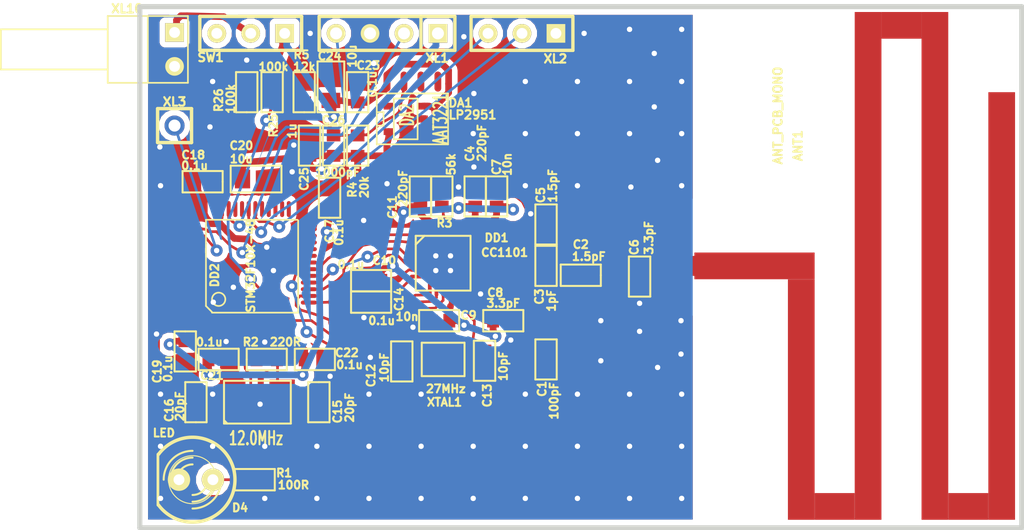
<source format=kicad_pcb>
(kicad_pcb (version 20220609) (generator pcbnew)
  (layers (0 "F.Cu" signal "Front") (31 "B.Cu" signal "Back") (34 "B.Paste" user) (35 "F.Paste" user) (36 "B.SilkS" user) (37 "F.SilkS" user) (38 "B.Mask" user) (39 "F.Mask" user) (44 "Edge.Cuts" user))
  (net 0 "")
  (net 1 "+3.3V")
  (net 2 "+BATT")
  (net 3 "/BAT")
  (net 4 "/CC_CS")
  (net 5 "/CC_GDO0")
  (net 6 "/CC_GDO2")
  (net 7 "/CC_MISO")
  (net 8 "/CC_MOSI")
  (net 9 "/CC_SCK")
  (net 10 "/Debug")
  (net 11 "/RF1")
  (net 12 "/RF2")
  (net 13 "/RX1")
  (net 14 "/SWCLK")
  (net 15 "/SWDIO")
  (net 16 "/TX1")
  (net 17 "/UBat_2")
  (net 18 "GND")
  (net 19 "N-000001")
  (net 20 "N-0000013")
  (net 21 "N-0000014")
  (net 22 "N-0000015")
  (net 23 "N-0000016")
  (net 24 "N-0000017")
  (net 25 "N-000002")
  (net 26 "N-0000026")
  (net 27 "N-0000027")
  (net 28 "N-0000028")
  (net 29 "N-0000029")
  (net 30 "N-0000030")
  (net 31 "N-0000035")
  (net 32 "N-0000036")
  (net 33 "N-0000038")
  (net 34 "N-0000044")
  (net 35 "N-000006")
  (footprint "ANT_868_MEANDER" (layer "F.Cu") (at 243 86.4 -90)
    (fp_text reference "ANT1")
    (fp_text value "ANT_PCB_MONO")
  )
  (footprint "TESTPOINT_1MM" (layer "F.Cu") (at 216.1 89.1)
    (fp_text reference "TP2" hide)
    (fp_text value "TESTPOINT" hide)
  )
  (footprint "TESTPOINT_1MM" (layer "F.Cu") (at 216.1 90.6)
    (fp_text reference "TP1" hide)
    (fp_text value "TESTPOINT" hide)
  )
  (footprint "SOT23-5" (layer "F.Cu") (at 221.4 75.4 90)
    (fp_text reference "DA2")
    (fp_text value "AAT3221")
  )
  (footprint "SOLDERFUSE" (layer "F.Cu") (at 203.3 88.9 180)
    (fp_text reference "F6" hide)
    (fp_text value "FUSE0R" hide)
  )
  (footprint "SOLDERFUSE" (layer "F.Cu") (at 203.3 90.2 180)
    (fp_text reference "F7" hide)
    (fp_text value "FUSE0R" hide)
  )
  (footprint "SOLDERFUSE" (layer "F.Cu") (at 203.3 82.4 180)
    (fp_text reference "F1" hide)
    (fp_text value "FUSE0R" hide)
  )
  (footprint "SOLDERFUSE" (layer "F.Cu") (at 203.3 83.7 180)
    (fp_text reference "F2" hide)
    (fp_text value "FUSE0R" hide)
  )
  (footprint "SOLDERFUSE" (layer "F.Cu") (at 203.3 85 180)
    (fp_text reference "F3" hide)
    (fp_text value "FUSE0R" hide)
  )
  (footprint "SOLDERFUSE" (layer "F.Cu") (at 203.3 86.3 180)
    (fp_text reference "F4" hide)
    (fp_text value "FUSE0R" hide)
  )
  (footprint "SOLDERFUSE" (layer "F.Cu") (at 203.3 87.6 180)
    (fp_text reference "F5" hide)
    (fp_text value "FUSE0R" hide)
  )
  (footprint "SO8E" (layer "F.Cu") (at 221.9 75.4)
    (fp_text reference "DA1")
    (fp_text value "LP2951")
  )
  (footprint "SIL-4" (layer "F.Cu") (at 220 69 180)
    (fp_text reference "XL1")
    (fp_text value "ST_SWD" hide)
  )
  (footprint "SIL-3" (layer "F.Cu") (at 209.8 69 180)
    (fp_text reference "SW1")
    (fp_text value "SWITCH" hide)
  )
  (footprint "SIL-3" (layer "F.Cu") (at 230.1 69 180)
    (fp_text reference "XL2")
    (fp_text value "CONN_3" hide)
  )
  (footprint "SIL-1" (layer "F.Cu") (at 204.1 75.9)
    (fp_text reference "XL3")
    (fp_text value "CONN_1" hide)
  )
  (footprint "RES_0603" (layer "F.Cu") (at 224.1 81.2 90)
    (fp_text reference "R3")
    (fp_text value "56k")
  )
  (footprint "RES_0603" (layer "F.Cu") (at 209.5 73.4 90)
    (fp_text reference "R26")
    (fp_text value "100k")
  )
  (footprint "RES_0603" (layer "F.Cu") (at 210.1 102.4)
    (fp_text reference "R1")
    (fp_text value "100R")
  )
  (footprint "RES_0603" (layer "F.Cu") (at 211 93.4)
    (fp_text reference "R2")
    (fp_text value "220R")
  )
  (footprint "RES_0603" (layer "F.Cu") (at 213.8 73.4 90)
    (fp_text reference "R5")
    (fp_text value "12k")
  )
  (footprint "RES_0603" (layer "F.Cu") (at 217.8 77.4 90)
    (fp_text reference "R4")
    (fp_text value "20k")
  )
  (footprint "RES_0603" (layer "F.Cu") (at 211.4 73.4 -90)
    (fp_text reference "R25")
    (fp_text value "100k")
  )
  (footprint "QFN20" (layer "F.Cu") (at 224.2 86.2)
    (fp_text reference "DD1")
    (fp_text value "CC1101")
  )
  (footprint "PWRCON2PIN" (layer "F.Cu") (at 204.1 70.2)
    (fp_text reference "XL10")
    (fp_text value "PWRCONN" hide)
  )
  (footprint "LED-5MM" (layer "F.Cu") (at 205.7 102.4 180)
    (fp_text reference "D4")
    (fp_text value "LED")
  )
  (footprint "CRYSTAL_0503x4-4" (layer "F.Cu") (at 210.3 96.6)
    (fp_text reference "XTAL2" hide)
    (fp_text value "12.0MHz")
  )
  (footprint "CRYSTAL_03225C4" (layer "F.Cu") (at 224.2 93.4)
    (fp_text reference "XTAL1")
    (fp_text value "27MHz")
  )
  (footprint "CAP_0805" (layer "F.Cu") (at 215.8 73 90)
    (fp_text reference "C24")
    (fp_text value "10u")
  )
  (footprint "CAP_0805" (layer "F.Cu") (at 210.2 79.9)
    (fp_text reference "C20")
    (fp_text value "10u")
  )
  (footprint "CAP_0603" (layer "F.Cu") (at 228.2 81.2 90)
    (fp_text reference "C7")
    (fp_text value "10n")
  )
  (footprint "CAP_0603" (layer "F.Cu") (at 218.808 87.5071 180)
    (fp_text reference "C10")
    (fp_text value "0.1u")
  )
  (footprint "CAP_0603" (layer "F.Cu") (at 228.7 90.5)
    (fp_text reference "C8")
    (fp_text value "3.3pF")
  )
  (footprint "CAP_0603" (layer "F.Cu") (at 227.3 93.5 -90)
    (fp_text reference "C13")
    (fp_text value "10pF")
  )
  (footprint "CAP_0603" (layer "F.Cu") (at 226.6 81.2 90)
    (fp_text reference "C4")
    (fp_text value "220pF")
  )
  (footprint "CAP_0603" (layer "F.Cu") (at 216 77.4 90)
    (fp_text reference "C26")
    (fp_text value "1000pF")
  )
  (footprint "CAP_0603" (layer "F.Cu") (at 214.2 77.4 90)
    (fp_text reference "C25")
    (fp_text value "1u")
  )
  (footprint "CAP_0603" (layer "F.Cu") (at 217.8 73.4 90)
    (fp_text reference "C23")
    (fp_text value "0.1u")
  )
  (footprint "CAP_0603" (layer "F.Cu") (at 223.9 90.5 180)
    (fp_text reference "C9")
    (fp_text value "10n")
  )
  (footprint "CAP_0603" (layer "F.Cu") (at 222.5 81.2 90)
    (fp_text reference "C11")
    (fp_text value "220pF")
  )
  (footprint "CAP_0603" (layer "F.Cu") (at 218.808 89.1071 180)
    (fp_text reference "C14")
    (fp_text value "0.1u")
  )
  (footprint "CAP_0603" (layer "F.Cu") (at 221.104 93.5483 90)
    (fp_text reference "C12")
    (fp_text value "10pF")
  )
  (footprint "CAP_0603" (layer "F.Cu") (at 214.6 93.4)
    (fp_text reference "C22")
    (fp_text value "0.1u")
  )
  (footprint "CAP_0603" (layer "F.Cu") (at 214.9 96.6 -90)
    (fp_text reference "C15")
    (fp_text value "20pF")
  )
  (footprint "CAP_0603" (layer "F.Cu") (at 205.7 96.6 90)
    (fp_text reference "C16")
    (fp_text value "20pF")
  )
  (footprint "CAP_0603" (layer "F.Cu") (at 238.9 87.2 -90)
    (fp_text reference "C6")
    (fp_text value "3.3pF")
  )
  (footprint "CAP_0603" (layer "F.Cu") (at 231.9 83.3 90)
    (fp_text reference "C5")
    (fp_text value "1.5pF")
  )
  (footprint "CAP_0603" (layer "F.Cu") (at 234.5 87.1 180)
    (fp_text reference "C2")
    (fp_text value "1.5pF")
  )
  (footprint "CAP_0603" (layer "F.Cu") (at 231.9 93.4 90)
    (fp_text reference "C1")
    (fp_text value "100pF")
  )
  (footprint "CAP_0603" (layer "F.Cu") (at 231.9 86.4 90)
    (fp_text reference "C3")
    (fp_text value "1pF")
  )
  (footprint "CAP_0603" (layer "F.Cu") (at 215.7 81.3 90)
    (fp_text reference "C17")
    (fp_text value "0.1u")
  )
  (footprint "CAP_0603" (layer "F.Cu") (at 206.2 80.1 180)
    (fp_text reference "C18")
    (fp_text value "0.1u")
  )
  (footprint "CAP_0603" (layer "F.Cu") (at 204.9 92.8 -90)
    (fp_text reference "C19")
    (fp_text value "0.1u")
  )
  (footprint "CAP_0603" (layer "F.Cu") (at 207.4 93.4)
    (fp_text reference "C21")
    (fp_text value "0.1u")
  )
  (footprint "LQFP48" (layer "F.Cu") (at 209.9 86.4 90)
    (fp_text reference "DD2")
    (fp_text value "STM32F10X-48")
  )
  (gr_line (start 267.5 106) (end 201.5 106) (stroke (width 0.381)) (layer "Edge.Cuts"))
  (gr_line (start 201.5 67) (end 267.5 67) (stroke (width 0.381)) (layer "Edge.Cuts"))
  (gr_line (start 201.5 106) (end 201.5 67) (stroke (width 0.381)) (layer "Edge.Cuts"))
  (gr_line (start 267.5 67) (end 267.5 106) (stroke (width 0.381)) (layer "Edge.Cuts"))
  (segment (start 211.1471 91.3063) (end 211.4402 91.5994) (width 0.2) (layer "F.Cu") (net 1))
  (segment (start 214.2 78.162) (end 214.458 78.162) (width 0.5) (layer "F.Cu") (net 1))
  (segment (start 216 78.162) (end 216.258 78.162) (width 0.5) (layer "F.Cu") (net 1))
  (segment (start 215.7 82.5065) (end 215.7 82.2565) (width 0.5) (layer "F.Cu") (net 1))
  (segment (start 209.5277 78.6515) (end 209.2055 78.9737) (width 0.5) (layer "F.Cu") (net 1))
  (segment (start 215.7 82.062) (end 215.442 82.062) (width 0.5) (layer "F.Cu") (net 1))
  (segment (start 221.6329 86.7) (end 221.16 87.06) (width 0.2) (layer "F.Cu") (net 1))
  (segment (start 214.4976 79.1145) (end 214.2 78.8169) (width 0.5) (layer "F.Cu") (net 1))
  (segment (start 214.2 78.6065) (end 214.2 78.3565) (width 0.5) (layer "F.Cu") (net 1))
  (segment (start 214.1494 83.6492) (end 214.599 83.6492) (width 0.2) (layer "F.Cu") (net 1))
  (segment (start 225.9079 81.962) (end 225.36 82.07) (width 0.5) (layer "F.Cu") (net 1))
  (segment (start 225.1065 90.5) (end 225.3169 90.5) (width 0.5) (layer "F.Cu") (net 1))
  (segment (start 206.96 91.8) (end 206.638 92.7079) (width 0.5) (layer "F.Cu") (net 1))
  (segment (start 219.995 77.6934) (end 219.995 78.194) (width 0.5) (layer "F.Cu") (net 1))
  (segment (start 213.5776 92.4475) (end 212.11 91.8) (width 0.5) (layer "F.Cu") (net 1))
  (segment (start 215.7 82.7169) (end 215.7 82.5065) (width 0.5) (layer "F.Cu") (net 1))
  (segment (start 226 88.75) (end 227.0184 90.1888) (width 0.5) (layer "F.Cu") (net 1))
  (segment (start 216.208 82.062) (end 215.958 82.062) (width 0.5) (layer "F.Cu") (net 1))
  (segment (start 219.57 87.2491) (end 219.57 86.9991) (width 0.5) (layer "F.Cu") (net 1))
  (segment (start 226.15 85.2) (end 226.35 85.2) (width 0.2) (layer "F.Cu") (net 1))
  (segment (start 214.2 78.162) (end 213.942 78.162) (width 0.5) (layer "F.Cu") (net 1))
  (segment (start 216.258 78.162) (end 216.508 78.162) (width 0.5) (layer "F.Cu") (net 1))
  (segment (start 213.68 94.56) (end 213.838 94.0921) (width 0.5) (layer "F.Cu") (net 1))
  (segment (start 206.962 80.608) (end 207.1492 81.6984) (width 0.2) (layer "F.Cu") (net 1))
  (segment (start 221.16 87.06) (end 220.8312 87.3887) (width 0.5) (layer "F.Cu") (net 1))
  (segment (start 226.15 87.2) (end 226 88) (width 0.2) (layer "F.Cu") (net 1))
  (segment (start 223.3485 83.1341) (end 222.8216 82.8565) (width 0.5) (layer "F.Cu") (net 1))
  (segment (start 217.542 78.162) (end 217.8 78.162) (width 0.5) (layer "F.Cu") (net 1))
  (segment (start 221.24 82.38) (end 221.8079 81.962) (width 0.5) (layer "F.Cu") (net 1))
  (segment (start 228.458 81.962) (end 228.2 81.962) (width 0.5) (layer "F.Cu") (net 1))
  (segment (start 217.98 80.83) (end 221.24 82.38) (width 0.5) (layer "F.Cu") (net 1))
  (segment (start 206.962 80.1) (end 206.962 80.508) (width 0.2) (layer "F.Cu") (net 1))
  (segment (start 221.992 81.962) (end 222.242 81.962) (width 0.5) (layer "F.Cu") (net 1))
  (segment (start 217.8 78.162) (end 217.8 78.3565) (width 0.5) (layer "F.Cu") (net 1))
  (segment (start 216.508 78.162) (end 217.292 78.162) (width 0.5) (layer "F.Cu") (net 1))
  (segment (start 227.938 91.008) (end 227.938 90.758) (width 0.5) (layer "F.Cu") (net 1))
  (segment (start 207.4065 80.1) (end 207.1565 80.1) (width 0.5) (layer "F.Cu") (net 1))
  (segment (start 214.599 83.6492) (end 214.77 82.95) (width 0.2) (layer "F.Cu") (net 1))
  (segment (start 211.1471 91.099) (end 211.1471 91.3063) (width 0.2) (layer "F.Cu") (net 1))
  (segment (start 228.2 82.4065) (end 228.2 82.1565) (width 0.5) (layer "F.Cu") (net 1))
  (segment (start 205.6506 89.1508) (end 205.201 89.1508) (width 0.2) (layer "F.Cu") (net 1))
  (segment (start 213.838 92.7079) (end 213.5776 92.4475) (width 0.5) (layer "F.Cu") (net 1))
  (segment (start 203.74 92.27) (end 204.2079 92.038) (width 0.5) (layer "F.Cu") (net 1))
  (segment (start 224.662 90.5) (end 224.8565 90.5) (width 0.5) (layer "F.Cu") (net 1))
  (segment (start 206.638 93.658) (end 206.638 93.908) (width 0.5) (layer "F.Cu") (net 1))
  (segment (start 226.6 82.4065) (end 226.6 82.6169) (width 0.5) (layer "F.Cu") (net 1))
  (segment (start 206.638 93.908) (end 206.638 94.0921) (width 0.5) (layer "F.Cu") (net 1))
  (segment (start 215.1 79.14) (end 214.4976 79.1145) (width 0.5) (layer "F.Cu") (net 1))
  (segment (start 207.1565 80.1) (end 206.962 80.1) (width 0.5) (layer "F.Cu") (net 1))
  (segment (start 213.838 93.142) (end 213.838 92.892) (width 0.5) (layer "F.Cu") (net 1))
  (segment (start 204.2079 92.038) (end 204.392 92.038) (width 0.5) (layer "F.Cu") (net 1))
  (segment (start 206.638 94.0921) (end 206.79 94.56) (width 0.5) (layer "F.Cu") (net 1))
  (segment (start 214.7475 82.3224) (end 214.7475 82.6906) (width 0.5) (layer "F.Cu") (net 1))
  (segment (start 213.838 93.4) (end 213.838 93.142) (width 0.5) (layer "F.Cu") (net 1))
  (segment (start 219.57 87.5071) (end 219.57 87.2491) (width 0.5) (layer "F.Cu") (net 1))
  (segment (start 227.7435 90.5) (end 227.938 90.5) (width 0.5) (layer "F.Cu") (net 1))
  (segment (start 222.558 82.1565) (end 222.5 81.962) (width 0.5) (layer "F.Cu") (net 1))
  (segment (start 227.2967 90.4671) (end 227.4935 90.5) (width 0.5) (layer "F.Cu") (net 1))
  (segment (start 227.15 84.82) (end 227.25 84.1219) (width 0.5) (layer "F.Cu") (net 1))
  (segment (start 215.7 82.2565) (end 215.7 82.062) (width 0.5) (layer "F.Cu") (net 1))
  (segment (start 228.2 82.1565) (end 228.2 81.962) (width 0.5) (layer "F.Cu") (net 1))
  (segment (start 227.938 90.758) (end 227.938 90.5) (width 0.5) (layer "F.Cu") (net 1))
  (segment (start 220.2249 87.5071) (end 220.0145 87.5071) (width 0.5) (layer "F.Cu") (net 1))
  (segment (start 221.8079 81.962) (end 221.992 81.962) (width 0.5) (layer "F.Cu") (net 1))
  (segment (start 213.5079 78.162) (end 213.3942 78.2633) (width 0.5) (layer "F.Cu") (net 1))
  (segment (start 209.2055 79.2015) (end 209.2055 79.4515) (width 0.5) (layer "F.Cu") (net 1))
  (segment (start 219.57 86.815) (end 219.8304 86.5546) (width 0.5) (layer "F.Cu") (net 1))
  (segment (start 213.838 93.908) (end 213.838 93.658) (width 0.5) (layer "F.Cu") (net 1))
  (segment (start 224.2 84.25) (end 224.2 83.84) (width 0.2) (layer "F.Cu") (net 1))
  (segment (start 220.13 76.3565) (end 220.13 76.6065) (width 0.5) (layer "F.Cu") (net 1))
  (segment (start 215.492 78.162) (end 215.742 78.162) (width 0.5) (layer "F.Cu") (net 1))
  (segment (start 218.058 78.162) (end 218.308 78.162) (width 0.5) (layer "F.Cu") (net 1))
  (segment (start 226.6 81.962) (end 226.342 81.962) (width 0.5) (layer "F.Cu") (net 1))
  (segment (start 208.6125 80.0485) (end 208.3847 80.0485) (width 0.5) (layer "F.Cu") (net 1))
  (segment (start 209.2055 79.4515) (end 209.184 79.9) (width 0.5) (layer "F.Cu") (net 1))
  (segment (start 208.8625 80.0485) (end 208.6125 80.0485) (width 0.5) (layer "F.Cu") (net 1))
  (segment (start 228.11 91.67) (end 227.938 91.1921) (width 0.5) (layer "F.Cu") (net 1))
  (segment (start 226.6 82.6169) (end 226.35 84.4886) (width 0.5) (layer "F.Cu") (net 1))
  (segment (start 222.558 82.5929) (end 222.558 82.4065) (width 0.5) (layer "F.Cu") (net 1))
  (segment (start 207.1492 90.6494) (end 207.1492 91.1488) (width 0.2) (layer "F.Cu") (net 1))
  (segment (start 229.43 82.18) (end 228.8921 81.962) (width 0.5) (layer "F.Cu") (net 1))
  (segment (start 215.49 83.85) (end 215.7 82.7169) (width 0.5) (layer "F.Cu") (net 1))
  (segment (start 227.06 85.4071) (end 227.15 84.82) (width 0.2) (layer "F.Cu") (net 1))
  (segment (start 228.2 82.6169) (end 228.2 82.4065) (width 0.5) (layer "F.Cu") (net 1))
  (segment (start 227.4935 90.5) (end 227.7435 90.5) (width 0.5) (layer "F.Cu") (net 1))
  (segment (start 207.6169 80.1) (end 207.4065 80.1) (width 0.5) (layer "F.Cu") (net 1))
  (segment (start 204.9 91.6935) (end 204.9 92.038) (width 0.2) (layer "F.Cu") (net 1))
  (segment (start 207.1492 91.2488) (end 207.1492 91.3109) (width 0.2) (layer "F.Cu") (net 1))
  (segment (start 206.638 92.892) (end 206.638 93.142) (width 0.5) (layer "F.Cu") (net 1))
  (segment (start 220.13 76.3525) (end 220.13 76.3565) (width 0.5) (layer "F.Cu") (net 1))
  (segment (start 217.98 80.83) (end 216.3921 82.062) (width 0.5) (layer "F.Cu") (net 1))
  (segment (start 222.242 81.962) (end 222.5 81.962) (width 0.5) (layer "F.Cu") (net 1))
  (segment (start 226 88) (end 226 88.75) (width 0.5) (layer "F.Cu") (net 1))
  (segment (start 226.6 81.962) (end 226.6 82.1565) (width 0.5) (layer "F.Cu") (net 1))
  (segment (start 227.0184 90.1888) (end 227.2967 90.4671) (width 0.5) (layer "F.Cu") (net 1))
  (segment (start 217.8 78.3565) (end 217.8 78.6065) (width 0.5) (layer "F.Cu") (net 1))
  (segment (start 206.962 80.508) (end 206.962 80.608) (width 0.2) (layer "F.Cu") (net 1))
  (segment (start 206.638 92.7079) (end 206.638 92.892) (width 0.5) (layer "F.Cu") (net 1))
  (segment (start 224.662 89.8079) (end 224.662 89.992) (width 0.5) (layer "F.Cu") (net 1))
  (segment (start 219.57 86.9991) (end 219.57 86.815) (width 0.5) (layer "F.Cu") (net 1))
  (segment (start 224.662 89.992) (end 224.662 90.242) (width 0.5) (layer "F.Cu") (net 1))
  (segment (start 219.995 77.3382) (end 219.995 77.4434) (width 0.5) (layer "F.Cu") (net 1))
  (segment (start 215.0079 82.062) (end 214.7475 82.3224) (width 0.5) (layer "F.Cu") (net 1))
  (segment (start 220.13 76.6065) (end 220.13 76.7643) (width 0.5) (layer "F.Cu") (net 1))
  (segment (start 227.25 84.1219) (end 228.2 82.6169) (width 0.5) (layer "F.Cu") (net 1))
  (segment (start 224.7 88.7671) (end 224.75 89.41) (width 0.2) (layer "F.Cu") (net 1))
  (segment (start 207.1492 81.6984) (end 207.1492 82.148) (width 0.2) (layer "F.Cu") (net 1))
  (segment (start 225.3169 90.5) (end 225.76 90.84) (width 0.5) (layer "F.Cu") (net 1))
  (segment (start 226.342 81.962) (end 226.092 81.962) (width 0.5) (layer "F.Cu") (net 1))
  (segment (start 223.9071 83.34) (end 223.3485 83.1341) (width 0.2) (layer "F.Cu") (net 1))
  (segment (start 206.638 93.142) (end 206.638 93.4) (width 0.5) (layer "F.Cu") (net 1))
  (segment (start 226.35 84.4886) (end 226.35 84.5) (width 0.5) (layer "F.Cu") (net 1))
  (segment (start 216.3921 82.062) (end 216.208 82.062) (width 0.5) (layer "F.Cu") (net 1))
  (segment (start 217.8 78.8169) (end 217.98 80.83) (width 0.5) (layer "F.Cu") (net 1))
  (segment (start 228.8921 81.962) (end 228.708 81.962) (width 0.5) (layer "F.Cu") (net 1))
  (segment (start 224.2 83.84) (end 224.2 83.6329) (width 0.2) (layer "F.Cu") (net 1))
  (segment (start 220.8312 87.3887) (end 220.2249 87.5071) (width 0.5) (layer "F.Cu") (net 1))
  (segment (start 213.838 93.658) (end 213.838 93.4) (width 0.5) (layer "F.Cu") (net 1))
  (segment (start 219.995 77.4434) (end 219.995 77.6934) (width 0.5) (layer "F.Cu") (net 1))
  (segment (start 204.9 91.5935) (end 204.9 91.6935) (width 0.2) (layer "F.Cu") (net 1))
  (segment (start 217.8 78.6065) (end 217.8 78.8169) (width 0.5) (layer "F.Cu") (net 1))
  (segment (start 209.184 79.9) (end 208.8625 80.0485) (width 0.5) (layer "F.Cu") (net 1))
  (segment (start 213.3942 78.2633) (end 209.5277 78.6515) (width 0.5) (layer "F.Cu") (net 1))
  (segment (start 215.442 82.062) (end 215.192 82.062) (width 0.5) (layer "F.Cu") (net 1))
  (segment (start 214.7475 82.6906) (end 214.77 82.95) (width 0.5) (layer "F.Cu") (net 1))
  (segment (start 207.1492 91.1488) (end 207.1492 91.2488) (width 0.2) (layer "F.Cu") (net 1))
  (segment (start 219.7645 87.5071) (end 219.57 87.5071) (width 0.5) (layer "F.Cu") (net 1))
  (segment (start 213.838 92.892) (end 213.838 92.7079) (width 0.5) (layer "F.Cu") (net 1))
  (segment (start 208.3847 80.0485) (end 207.6169 80.1) (width 0.5) (layer "F.Cu") (net 1))
  (segment (start 221.84 86.7) (end 221.6329 86.7) (width 0.2) (layer "F.Cu") (net 1))
  (segment (start 224.7 88.56) (end 224.7 88.7671) (width 0.2) (layer "F.Cu") (net 1))
  (segment (start 213.692 78.162) (end 213.5079 78.162) (width 0.5) (layer "F.Cu") (net 1))
  (segment (start 211.1471 90.6494) (end 211.1471 91.099) (width 0.2) (layer "F.Cu") (net 1))
  (segment (start 215.192 82.062) (end 215.0079 82.062) (width 0.5) (layer "F.Cu") (net 1))
  (segment (start 219.8304 86.5546) (end 220.43 86.42) (width 0.5) (layer "F.Cu") (net 1))
  (segment (start 220.13 76.7643) (end 219.995 77.3382) (width 0.5) (layer "F.Cu") (net 1))
  (segment (start 214.458 78.162) (end 214.708 78.162) (width 0.5) (layer "F.Cu") (net 1))
  (segment (start 226.15 85.7) (end 226.56 85.7) (width 0.2) (layer "F.Cu") (net 1))
  (segment (start 214.2 78.8169) (end 214.2 78.6065) (width 0.5) (layer "F.Cu") (net 1))
  (segment (start 219.991 78.162) (end 219.995 78.194) (width 0.5) (layer "F.Cu") (net 1))
  (segment (start 228.708 81.962) (end 228.458 81.962) (width 0.5) (layer "F.Cu") (net 1))
  (segment (start 217.8 78.162) (end 218.058 78.162) (width 0.5) (layer "F.Cu") (net 1))
  (segment (start 204.392 92.038) (end 204.642 92.038) (width 0.5) (layer "F.Cu") (net 1))
  (segment (start 205.201 89.1508) (end 204.9 91.5935) (width 0.2) (layer "F.Cu") (net 1))
  (segment (start 217.292 78.162) (end 217.542 78.162) (width 0.5) (layer "F.Cu") (net 1))
  (segment (start 226.6 82.1565) (end 226.6 82.4065) (width 0.5) (layer "F.Cu") (net 1))
  (segment (start 209.2055 78.9737) (end 209.2055 79.2015) (width 0.5) (layer "F.Cu") (net 1))
  (segment (start 226.35 85.2) (end 226.35 84.5) (width 0.2) (layer "F.Cu") (net 1))
  (segment (start 222.25 86.7) (end 221.84 86.7) (width 0.2) (layer "F.Cu") (net 1))
  (segment (start 224.2 83.6329) (end 223.9071 83.34) (width 0.2) (layer "F.Cu") (net 1))
  (segment (start 224.75 89.41) (end 224.662 89.8079) (width 0.5) (layer "F.Cu") (net 1))
  (segment (start 226.7671 85.7) (end 227.06 85.4071) (width 0.2) (layer "F.Cu") (net 1))
  (segment (start 207.1492 91.3109) (end 206.96 91.8) (width 0.2) (layer "F.Cu") (net 1))
  (segment (start 222.558 82.4065) (end 222.558 82.1565) (width 0.5) (layer "F.Cu") (net 1))
  (segment (start 211.4402 91.5994) (end 212.11 91.8) (width 0.2) (layer "F.Cu") (net 1))
  (segment (start 227.938 91.1921) (end 227.938 91.008) (width 0.5) (layer "F.Cu") (net 1))
  (segment (start 214.2 78.3565) (end 214.2 78.162) (width 0.5) (layer "F.Cu") (net 1))
  (segment (start 214.708 78.162) (end 215.492 78.162) (width 0.5) (layer "F.Cu") (net 1))
  (segment (start 204.642 92.038) (end 204.9 92.038) (width 0.5) (layer "F.Cu") (net 1))
  (segment (start 224.662 90.242) (end 224.662 90.5) (width 0.5) (layer "F.Cu") (net 1))
  (segment (start 224.8565 90.5) (end 225.1065 90.5) (width 0.5) (layer "F.Cu") (net 1))
  (segment (start 213.942 78.162) (end 213.692 78.162) (width 0.5) (layer "F.Cu") (net 1))
  (segment (start 222.8216 82.8565) (end 222.558 82.5929) (width 0.5) (layer "F.Cu") (net 1))
  (segment (start 219.741 78.162) (end 219.991 78.162) (width 0.5) (layer "F.Cu") (net 1))
  (segment (start 220.0145 87.5071) (end 219.7645 87.5071) (width 0.5) (layer "F.Cu") (net 1))
  (segment (start 213.838 94.0921) (end 213.838 93.908) (width 0.5) (layer "F.Cu") (net 1))
  (segment (start 226.092 81.962) (end 225.9079 81.962) (width 0.5) (layer "F.Cu") (net 1))
  (segment (start 224.7 88.15) (end 224.7 88.56) (width 0.2) (layer "F.Cu") (net 1))
  (segment (start 226.56 85.7) (end 226.7671 85.7) (width 0.2) (layer "F.Cu") (net 1))
  (segment (start 215.742 78.162) (end 216 78.162) (width 0.5) (layer "F.Cu") (net 1))
  (segment (start 206.638 93.4) (end 206.638 93.658) (width 0.5) (layer "F.Cu") (net 1))
  (segment (start 218.308 78.162) (end 219.741 78.162) (width 0.5) (layer "F.Cu") (net 1))
  (segment (start 215.958 82.062) (end 215.7 82.062) (width 0.5) (layer "F.Cu") (net 1))
  (via (at 225.76 90.84) (size 0.9) (drill 0.4) (layers "F.Cu" "B.Cu") (net 1))
  (via (at 206.79 94.56) (size 0.9) (drill 0.4) (layers "F.Cu" "B.Cu") (net 1))
  (via (at 215.1 79.14) (size 0.9) (drill 0.4) (layers "F.Cu" "B.Cu") (net 1))
  (via (at 203.74 92.27) (size 0.9) (drill 0.4) (layers "F.Cu" "B.Cu") (net 1))
  (via (at 228.11 91.67) (size 0.9) (drill 0.4) (layers "F.Cu" "B.Cu") (net 1))
  (via (at 221.24 82.38) (size 0.9) (drill 0.4) (layers "F.Cu" "B.Cu") (net 1))
  (via (at 229.43 82.18) (size 0.9) (drill 0.4) (layers "F.Cu" "B.Cu") (net 1))
  (via (at 225.36 82.07) (size 0.9) (drill 0.4) (layers "F.Cu" "B.Cu") (net 1))
  (via (at 220.43 86.42) (size 0.9) (drill 0.4) (layers "F.Cu" "B.Cu") (net 1))
  (via (at 213.68 94.56) (size 0.9) (drill 0.4) (layers "F.Cu" "B.Cu") (net 1))
  (via (at 215.49 83.85) (size 0.9) (drill 0.4) (layers "F.Cu" "B.Cu") (net 1))
  (segment (start 223.81 69) (end 223.6602 69.4498) (width 0.5) (layer "B.Cu") (net 1))
  (segment (start 206.79 94.56) (end 213.68 94.56) (width 0.5) (layer "B.Cu") (net 1))
  (segment (start 225.76 90.84) (end 228.11 91.67) (width 0.5) (layer "B.Cu") (net 1))
  (segment (start 223.6602 69.9276) (end 217.9173 76.1811) (width 0.5) (layer "B.Cu") (net 1))
  (segment (start 220.43 86.42) (end 221.24 82.38) (width 0.5) (layer "B.Cu") (net 1))
  (segment (start 206.79 94.56) (end 203.74 92.27) (width 0.5) (layer "B.Cu") (net 1))
  (segment (start 223.6602 69.4498) (end 223.6602 69.6998) (width 0.5) (layer "B.Cu") (net 1))
  (segment (start 225.36 82.07) (end 221.24 82.38) (width 0.5) (layer "B.Cu") (net 1))
  (segment (start 214.94 86.2458) (end 215.49 83.85) (width 0.5) (layer "B.Cu") (net 1))
  (segment (start 214.98 91.7542) (end 214.98 90.9258) (width 0.5) (layer "B.Cu") (net 1))
  (segment (start 220.43 86.42) (end 225.76 90.84) (width 0.5) (layer "B.Cu") (net 1))
  (segment (start 225.36 82.07) (end 229.43 82.18) (width 0.5) (layer "B.Cu") (net 1))
  (segment (start 213.68 94.56) (end 214.98 91.7542) (width 0.5) (layer "B.Cu") (net 1))
  (segment (start 214.98 90.9258) (end 214.94 87.0742) (width 0.5) (layer "B.Cu") (net 1))
  (segment (start 223.6602 69.6998) (end 223.6602 69.9276) (width 0.5) (layer "B.Cu") (net 1))
  (segment (start 217.9173 76.1811) (end 215.1 79.14) (width 0.5) (layer "B.Cu") (net 1))
  (segment (start 214.94 87.0742) (end 214.94 86.2458) (width 0.5) (layer "B.Cu") (net 1))
  (segment (start 223.51 74.57) (end 223.601 74.9182) (width 0.5) (layer "F.Cu") (net 2))
  (segment (start 224.138 71.3054) (end 224.609 71.7764) (width 0.5) (layer "F.Cu") (net 2))
  (segment (start 224.609 72.7696) (end 224.609 73.4356) (width 0.5) (layer "F.Cu") (net 2))
  (segment (start 223.051 76.3525) (end 222.801 76.3525) (width 0.5) (layer "F.Cu") (net 2))
  (segment (start 222.67 74.4475) (end 222.801 74.4475) (width 0.5) (layer "F.Cu") (net 2))
  (segment (start 222.801 74.4475) (end 223.051 74.4475) (width 0.5) (layer "F.Cu") (net 2))
  (segment (start 218.058 74.162) (end 218.308 74.162) (width 0.5) (layer "F.Cu") (net 2))
  (segment (start 216.4985 74.0375) (end 216.7263 74.0375) (width 0.5) (layer "F.Cu") (net 2))
  (segment (start 212.1915 69.6985) (end 212.1915 69.9263) (width 0.5) (layer "F.Cu") (net 2))
  (segment (start 218.4921 74.162) (end 219.995 73.1026) (width 0.5) (layer "F.Cu") (net 2))
  (segment (start 219.995 72.1094) (end 220.932 71.3054) (width 0.5) (layer "F.Cu") (net 2))
  (segment (start 219.995 72.606) (end 219.995 72.1094) (width 0.5) (layer "F.Cu") (net 2))
  (segment (start 211.4 72.1935) (end 211.4 72.4435) (width 0.5) (layer "F.Cu") (net 2))
  (segment (start 219.995 73.1026) (end 219.995 72.606) (width 0.5) (layer "F.Cu") (net 2))
  (segment (start 215.9485 74.3375) (end 215.9485 74.5875) (width 0.5) (layer "F.Cu") (net 2))
  (segment (start 217.1079 74.162) (end 217.292 74.162) (width 0.5) (layer "F.Cu") (net 2))
  (segment (start 217.542 74.162) (end 217.8 74.162) (width 0.5) (layer "F.Cu") (net 2))
  (segment (start 217.292 74.162) (end 217.542 74.162) (width 0.5) (layer "F.Cu") (net 2))
  (segment (start 223.1562 76.3525) (end 223.051 76.3525) (width 0.5) (layer "F.Cu") (net 2))
  (segment (start 212.34 69) (end 212.1915 69.4485) (width 0.5) (layer "F.Cu") (net 2))
  (segment (start 223.305 76.2037) (end 223.1562 76.3525) (width 0.5) (layer "F.Cu") (net 2))
  (segment (start 216.2485 74.0375) (end 216.4985 74.0375) (width 0.5) (layer "F.Cu") (net 2))
  (segment (start 223.601 75.8818) (end 223.305 76.2037) (width 0.5) (layer "F.Cu") (net 2))
  (segment (start 223.051 74.4475) (end 223.1562 74.4475) (width 0.5) (layer "F.Cu") (net 2))
  (segment (start 216.7263 74.0375) (end 217.1079 74.162) (width 0.5) (layer "F.Cu") (net 2))
  (segment (start 215.9485 74.8153) (end 216.03 75.24) (width 0.5) (layer "F.Cu") (net 2))
  (segment (start 224.609 73.4356) (end 223.51 74.57) (width 0.5) (layer "F.Cu") (net 2))
  (segment (start 221.598 71.3054) (end 224.138 71.3054) (width 0.5) (layer "F.Cu") (net 2))
  (segment (start 215.9485 74.5875) (end 215.9485 74.8153) (width 0.5) (layer "F.Cu") (net 2))
  (segment (start 218.308 74.162) (end 218.4921 74.162) (width 0.5) (layer "F.Cu") (net 2))
  (segment (start 212.1915 69.4485) (end 212.1915 69.6985) (width 0.5) (layer "F.Cu") (net 2))
  (segment (start 212.1915 69.9263) (end 211.4 71.9831) (width 0.5) (layer "F.Cu") (net 2))
  (segment (start 223.601 74.9182) (end 223.601 75.4262) (width 0.5) (layer "F.Cu") (net 2))
  (segment (start 215.8 74.016) (end 215.9485 74.3375) (width 0.5) (layer "F.Cu") (net 2))
  (segment (start 224.609 71.7764) (end 224.609 72.7696) (width 0.5) (layer "F.Cu") (net 2))
  (segment (start 215.8 74.016) (end 216.2485 74.0375) (width 0.5) (layer "F.Cu") (net 2))
  (segment (start 223.1562 74.4475) (end 223.51 74.57) (width 0.5) (layer "F.Cu") (net 2))
  (segment (start 223.601 75.4262) (end 223.601 75.8818) (width 0.5) (layer "F.Cu") (net 2))
  (segment (start 220.932 71.3054) (end 221.598 71.3054) (width 0.5) (layer "F.Cu") (net 2))
  (segment (start 211.4 71.9831) (end 211.4 72.1935) (width 0.5) (layer "F.Cu") (net 2))
  (segment (start 211.4 72.4435) (end 211.4 72.638) (width 0.5) (layer "F.Cu") (net 2))
  (segment (start 217.8 74.162) (end 218.058 74.162) (width 0.5) (layer "F.Cu") (net 2))
  (segment (start 222.801 76.3525) (end 222.67 76.3525) (width 0.5) (layer "F.Cu") (net 2))
  (via (at 216.03 75.24) (size 0.9) (drill 0.4) (layers "F.Cu" "B.Cu") (net 2))
  (segment (start 212.4885 69.9263) (end 212.4885 69.6985) (width 0.5) (layer "B.Cu") (net 2))
  (segment (start 216.03 75.24) (end 212.4885 69.9263) (width 0.5) (layer "B.Cu") (net 2))
  (segment (start 212.4885 69.4485) (end 212.34 69) (width 0.5) (layer "B.Cu") (net 2))
  (segment (start 212.4885 69.6985) (end 212.4885 69.4485) (width 0.5) (layer "B.Cu") (net 2))
  (segment (start 204.2485 68.2315) (end 204.2485 68.0037) (width 0.5) (layer "F.Cu") (net 3))
  (segment (start 207.7771 67.7515) (end 209.8 69) (width 0.5) (layer "F.Cu") (net 3))
  (segment (start 204.2485 68.0037) (end 204.5707 67.6815) (width 0.5) (layer "F.Cu") (net 3))
  (segment (start 204.2485 68.4815) (end 204.2485 68.2315) (width 0.5) (layer "F.Cu") (net 3))
  (segment (start 204.5707 67.6815) (end 205.0263 67.6815) (width 0.5) (layer "F.Cu") (net 3))
  (segment (start 204.1 68.93) (end 204.2485 68.4815) (width 0.5) (layer "F.Cu") (net 3))
  (segment (start 205.0263 67.6815) (end 207.7771 67.7515) (width 0.5) (layer "F.Cu") (net 3))
  (segment (start 223.7 88.15) (end 223.7 88.56) (width 0.2) (layer "F.Cu") (net 4))
  (segment (start 218.8429 91.6063) (end 218.8098 91.62) (width 0.2) (layer "F.Cu") (net 4))
  (segment (start 215.727 91.5004) (end 214.3321 90.49) (width 0.2) (layer "F.Cu") (net 4))
  (segment (start 223.4071 89.06) (end 222.3229 89.0973) (width 0.2) (layer "F.Cu") (net 4))
  (segment (start 218.8098 91.62) (end 217.7302 91.62) (width 0.2) (layer "F.Cu") (net 4))
  (segment (start 221.3671 89.6537) (end 220.3873 90.5151) (width 0.2) (layer "F.Cu") (net 4))
  (segment (start 214.3321 90.49) (end 212.6483 90.49) (width 0.2) (layer "F.Cu") (net 4))
  (segment (start 220.3873 90.5151) (end 218.8429 91.6063) (width 0.2) (layer "F.Cu") (net 4))
  (segment (start 212.6483 90.49) (end 212.6483 90.652) (width 0.2) (layer "F.Cu") (net 4))
  (segment (start 222.3229 89.0973) (end 221.3671 89.6537) (width 0.2) (layer "F.Cu") (net 4))
  (segment (start 223.7 88.56) (end 223.7 88.7671) (width 0.2) (layer "F.Cu") (net 4))
  (segment (start 223.7 88.7671) (end 223.4071 89.06) (width 0.2) (layer "F.Cu") (net 4))
  (segment (start 217.7302 91.62) (end 215.727 91.5004) (width 0.2) (layer "F.Cu") (net 4))
  (segment (start 213.207 89.3734) (end 213.202 89.3519) (width 0.2) (layer "F.Cu") (net 5))
  (segment (start 217.9179 91.12) (end 216.1 90.6) (width 0.2) (layer "F.Cu") (net 5))
  (segment (start 222.1437 88.592) (end 222.0923 88.6133) (width 0.2) (layer "F.Cu") (net 5))
  (segment (start 220.1802 90.0151) (end 218.6221 91.12) (width 0.2) (layer "F.Cu") (net 5))
  (segment (start 223.2 88.15) (end 223.2 88.56) (width 0.2) (layer "F.Cu") (net 5))
  (segment (start 214.5198 89.99) (end 213.5291 89.6955) (width 0.2) (layer "F.Cu") (net 5))
  (segment (start 213.6998 88.6479) (end 214.1494 88.6479) (width 0.2) (layer "F.Cu") (net 5))
  (segment (start 218.6221 91.12) (end 217.9179 91.12) (width 0.2) (layer "F.Cu") (net 5))
  (segment (start 213.4936 88.6479) (end 213.6998 88.6479) (width 0.2) (layer "F.Cu") (net 5))
  (segment (start 213.202 88.9395) (end 213.4936 88.6479) (width 0.2) (layer "F.Cu") (net 5))
  (segment (start 221.0839 89.2298) (end 220.1802 90.0151) (width 0.2) (layer "F.Cu") (net 5))
  (segment (start 213.5291 89.6955) (end 213.207 89.3734) (width 0.2) (layer "F.Cu") (net 5))
  (segment (start 222.0923 88.6133) (end 221.0839 89.2298) (width 0.2) (layer "F.Cu") (net 5))
  (segment (start 223.2 88.56) (end 222.1437 88.592) (width 0.2) (layer "F.Cu") (net 5))
  (segment (start 216.1 90.6) (end 214.5198 89.99) (width 0.2) (layer "F.Cu") (net 5))
  (segment (start 213.202 89.3519) (end 213.202 88.9395) (width 0.2) (layer "F.Cu") (net 5))
  (segment (start 218.8791 86.5323) (end 217.8803 86.5991) (width 0.2) (layer "F.Cu") (net 6))
  (segment (start 221.84 86.2) (end 221.6329 86.2) (width 0.2) (layer "F.Cu") (net 6))
  (segment (start 219.5452 85.8662) (end 218.8791 86.5323) (width 0.2) (layer "F.Cu") (net 6))
  (segment (start 214.8052 89.1457) (end 216.1 89.1) (width 0.2) (layer "F.Cu") (net 6))
  (segment (start 214.1494 89.1457) (end 214.599 89.1457) (width 0.2) (layer "F.Cu") (net 6))
  (segment (start 221.6329 86.2) (end 221.3516 86.1811) (width 0.2) (layer "F.Cu") (net 6))
  (segment (start 221.3516 86.1811) (end 220.7699 85.5994) (width 0.2) (layer "F.Cu") (net 6))
  (segment (start 222.25 86.2) (end 221.84 86.2) (width 0.2) (layer "F.Cu") (net 6))
  (segment (start 217.231 87.1881) (end 217.2263 87.1995) (width 0.2) (layer "F.Cu") (net 6))
  (segment (start 217.448 86.6286) (end 217.231 86.8456) (width 0.2) (layer "F.Cu") (net 6))
  (segment (start 217.8803 86.5991) (end 217.448 86.6286) (width 0.2) (layer "F.Cu") (net 6))
  (segment (start 217.231 86.8456) (end 217.231 87.1881) (width 0.2) (layer "F.Cu") (net 6))
  (segment (start 220.0901 85.5994) (end 219.5452 85.8662) (width 0.2) (layer "F.Cu") (net 6))
  (segment (start 217.2263 87.1995) (end 216.1 89.1) (width 0.2) (layer "F.Cu") (net 6))
  (segment (start 220.7699 85.5994) (end 220.0901 85.5994) (width 0.2) (layer "F.Cu") (net 6))
  (segment (start 214.599 89.1457) (end 214.8052 89.1457) (width 0.2) (layer "F.Cu") (net 6))
  (segment (start 215.94 86.66) (end 215.5997 87.0609) (width 0.2) (layer "F.Cu") (net 7))
  (segment (start 215.5997 87.0609) (end 215.0135 87.6471) (width 0.2) (layer "F.Cu") (net 7))
  (segment (start 214.599 87.6471) (end 214.1494 87.6471) (width 0.2) (layer "F.Cu") (net 7))
  (segment (start 219.2434 85.3661) (end 218.5409 85.7158) (width 0.2) (layer "F.Cu") (net 7))
  (segment (start 221.84 85.7) (end 221.5509 85.7) (width 0.2) (layer "F.Cu") (net 7))
  (segment (start 219.4051 85.2991) (end 219.2434 85.3661) (width 0.2) (layer "F.Cu") (net 7))
  (segment (start 220.9695 85.1336) (end 220.9581 85.1289) (width 0.2) (layer "F.Cu") (net 7))
  (segment (start 220.9581 85.1289) (end 219.9019 85.1289) (width 0.2) (layer "F.Cu") (net 7))
  (segment (start 221.5509 85.7) (end 220.9695 85.1336) (width 0.2) (layer "F.Cu") (net 7))
  (segment (start 222.25 85.7) (end 221.84 85.7) (width 0.2) (layer "F.Cu") (net 7))
  (segment (start 215.0135 87.6471) (end 214.599 87.6471) (width 0.2) (layer "F.Cu") (net 7))
  (segment (start 219.9019 85.1289) (end 219.4051 85.2991) (width 0.2) (layer "F.Cu") (net 7))
  (via (at 218.5409 85.7158) (size 0.9) (drill 0.4) (layers "F.Cu" "B.Cu") (net 7))
  (via (at 215.94 86.66) (size 0.9) (drill 0.4) (layers "F.Cu" "B.Cu") (net 7))
  (segment (start 218.5409 85.7158) (end 215.94 86.66) (width 0.2) (layer "B.Cu") (net 7))
  (segment (start 215.1194 86.3201) (end 215.1194 86.3616) (width 0.2) (layer "F.Cu") (net 8))
  (segment (start 214.599 87.1468) (end 214.1494 87.1468) (width 0.2) (layer "F.Cu") (net 8))
  (segment (start 214.8063 87.1468) (end 214.599 87.1468) (width 0.2) (layer "F.Cu") (net 8))
  (segment (start 218.0011 84.3658) (end 217.968 84.3795) (width 0.2) (layer "F.Cu") (net 8))
  (segment (start 219.6913 84.07) (end 218.0011 84.3658) (width 0.2) (layer "F.Cu") (net 8))
  (segment (start 215.1194 86.3616) (end 215.0994 86.8537) (width 0.2) (layer "F.Cu") (net 8))
  (segment (start 223.2 84.07) (end 219.6913 84.07) (width 0.2) (layer "F.Cu") (net 8))
  (segment (start 223.2 84.25) (end 223.2 84.07) (width 0.2) (layer "F.Cu") (net 8))
  (segment (start 215.6001 85.8394) (end 215.1194 86.3201) (width 0.2) (layer "F.Cu") (net 8))
  (segment (start 217.968 84.3795) (end 215.6001 85.8394) (width 0.2) (layer "F.Cu") (net 8))
  (segment (start 215.0994 86.8537) (end 214.8063 87.1468) (width 0.2) (layer "F.Cu") (net 8))
  (segment (start 216.2799 87.4805) (end 215.2575 88.1108) (width 0.2) (layer "F.Cu") (net 9))
  (segment (start 221.0693 84.57) (end 219.7907 84.57) (width 0.2) (layer "F.Cu") (net 9))
  (segment (start 222.1 85.16) (end 222.1 85.06) (width 0.2) (layer "F.Cu") (net 9))
  (segment (start 218.1888 84.8658) (end 217.6909 85.3637) (width 0.2) (layer "F.Cu") (net 9))
  (segment (start 217.6909 85.3637) (end 216.7605 86.6507) (width 0.2) (layer "F.Cu") (net 9))
  (segment (start 216.7605 86.6507) (end 216.7605 86.9999) (width 0.2) (layer "F.Cu") (net 9))
  (segment (start 222.1 84.8943) (end 221.8657 84.66) (width 0.2) (layer "F.Cu") (net 9))
  (segment (start 222.1 85.06) (end 222.1 84.8943) (width 0.2) (layer "F.Cu") (net 9))
  (segment (start 215.1689 88.1475) (end 214.599 88.1475) (width 0.2) (layer "F.Cu") (net 9))
  (segment (start 222.25 85.2) (end 222.1 85.16) (width 0.2) (layer "F.Cu") (net 9))
  (segment (start 215.2575 88.1108) (end 215.1689 88.1475) (width 0.2) (layer "F.Cu") (net 9))
  (segment (start 219.7907 84.57) (end 218.1888 84.8658) (width 0.2) (layer "F.Cu") (net 9))
  (segment (start 221.8657 84.66) (end 221.0693 84.57) (width 0.2) (layer "F.Cu") (net 9))
  (segment (start 214.599 88.1475) (end 214.1494 88.1475) (width 0.2) (layer "F.Cu") (net 9))
  (segment (start 216.7605 86.9999) (end 216.2799 87.4805) (width 0.2) (layer "F.Cu") (net 9))
  (segment (start 205.6506 84.1496) (end 206.1002 84.1496) (width 0.2) (layer "F.Cu") (net 10))
  (segment (start 206.3065 84.1518) (end 206.381 84.2262) (width 0.2) (layer "F.Cu") (net 10))
  (segment (start 206.1002 84.1496) (end 206.3065 84.1518) (width 0.2) (layer "F.Cu") (net 10))
  (segment (start 206.381 84.2262) (end 207.25 85.25) (width 0.2) (layer "F.Cu") (net 10))
  (via (at 207.25 85.25) (size 0.9) (drill 0.4) (layers "F.Cu" "B.Cu") (net 10))
  (segment (start 207.25 85.25) (end 204.1 75.9) (width 0.2) (layer "B.Cu") (net 10))
  (segment (start 233.909 89) (end 231.45 89) (width 0.2) (layer "F.Cu") (net 11))
  (segment (start 234.059 90.95) (end 234.059 91.25) (width 0.2) (layer "F.Cu") (net 11))
  (segment (start 234.059 88.55) (end 234.059 88.85) (width 0.2) (layer "F.Cu") (net 11))
  (segment (start 230.3 88.5089) (end 230.45 88.6589) (width 0.2) (layer "F.Cu") (net 11))
  (segment (start 231.3 87.3) (end 231.392 87.2064) (width 0.2) (layer "F.Cu") (net 11))
  (segment (start 231.9 87.162) (end 233.738 87.1) (width 0.5) (layer "F.Cu") (net 11))
  (segment (start 229.25 88.6589) (end 229.55 88.6589) (width 0.2) (layer "F.Cu") (net 11))
  (segment (start 229.7 88.5089) (end 229.7 87.0498) (width 0.2) (layer "F.Cu") (net 11))
  (segment (start 228.35 88.6589) (end 228.5 88.5089) (width 0.2) (layer "F.Cu") (net 11))
  (segment (start 232.05 91.4) (end 231.9 91.5493) (width 0.2) (layer "F.Cu") (net 11))
  (segment (start 229.1 87.0498) (end 229.1 88.5089) (width 0.2) (layer "F.Cu") (net 11))
  (segment (start 227.8 87.5) (end 227.9 87.65) (width 0.2) (layer "F.Cu") (net 11))
  (segment (start 231.9 88.25) (end 232.05 88.4) (width 0.2) (layer "F.Cu") (net 11))
  (segment (start 234.059 91.25) (end 233.909 91.4) (width 0.2) (layer "F.Cu") (net 11))
  (segment (start 230.75 88.6589) (end 230.9 88.5089) (width 0.2) (layer "F.Cu") (net 11))
  (segment (start 228.95 86.8998) (end 229.1 87.0498) (width 0.2) (layer "F.Cu") (net 11))
  (segment (start 231.45 89.6) (end 233.909 89.6) (width 0.2) (layer "F.Cu") (net 11))
  (segment (start 233.909 89.6) (end 234.059 89.75) (width 0.2) (layer "F.Cu") (net 11))
  (segment (start 233.909 88.4) (end 234.059 88.55) (width 0.2) (layer "F.Cu") (net 11))
  (segment (start 231.3 90.35) (end 231.3 90.65) (width 0.2) (layer "F.Cu") (net 11))
  (segment (start 230.9 88.5089) (end 230.9 87.65) (width 0.2) (layer "F.Cu") (net 11))
  (segment (start 227.9 87.65) (end 227.9 88.5089) (width 0.2) (layer "F.Cu") (net 11))
  (segment (start 229.1 88.5089) (end 229.25 88.6589) (width 0.2) (layer "F.Cu") (net 11))
  (segment (start 234.059 90.05) (end 233.909 90.2) (width 0.2) (layer "F.Cu") (net 11))
  (segment (start 233.909 90.2) (end 231.45 90.2) (width 0.2) (layer "F.Cu") (net 11))
  (segment (start 231.392 87.2064) (end 231.492 87.2064) (width 0.2) (layer "F.Cu") (net 11))
  (segment (start 230.9 87.65) (end 231.049 87.5) (width 0.2) (layer "F.Cu") (net 11))
  (segment (start 231.9 91.5493) (end 231.9 91.8) (width 0.2) (layer "F.Cu") (net 11))
  (segment (start 227.9 88.5089) (end 228.05 88.6589) (width 0.2) (layer "F.Cu") (net 11))
  (segment (start 231.9 88.1) (end 231.9 88.25) (width 0.2) (layer "F.Cu") (net 11))
  (segment (start 226.15 86.7) (end 227 86.7) (width 0.2) (layer "F.Cu") (net 11))
  (segment (start 234.059 89.75) (end 234.059 90.05) (width 0.2) (layer "F.Cu") (net 11))
  (segment (start 230.3 87.0498) (end 230.3 88.5089) (width 0.2) (layer "F.Cu") (net 11))
  (segment (start 230.15 86.8998) (end 230.3 87.0498) (width 0.2) (layer "F.Cu") (net 11))
  (segment (start 232.05 88.4) (end 233.909 88.4) (width 0.2) (layer "F.Cu") (net 11))
  (segment (start 228.05 88.6589) (end 228.35 88.6589) (width 0.2) (layer "F.Cu") (net 11))
  (segment (start 229.55 88.6589) (end 229.7 88.5089) (width 0.2) (layer "F.Cu") (net 11))
  (segment (start 234.059 88.85) (end 233.909 89) (width 0.2) (layer "F.Cu") (net 11))
  (segment (start 231.9 87.162) (end 231.9 88.1) (width 0.2) (layer "F.Cu") (net 11))
  (segment (start 231.3 90.65) (end 231.45 90.8) (width 0.2) (layer "F.Cu") (net 11))
  (segment (start 228.5 88.5089) (end 228.5 87.0498) (width 0.2) (layer "F.Cu") (net 11))
  (segment (start 231.45 89) (end 231.3 89.15) (width 0.2) (layer "F.Cu") (net 11))
  (segment (start 233.909 91.4) (end 232.05 91.4) (width 0.2) (layer "F.Cu") (net 11))
  (segment (start 231.45 90.8) (end 233.909 90.8) (width 0.2) (layer "F.Cu") (net 11))
  (segment (start 229.7 87.0498) (end 229.85 86.8998) (width 0.2) (layer "F.Cu") (net 11))
  (segment (start 233.909 90.8) (end 234.059 90.95) (width 0.2) (layer "F.Cu") (net 11))
  (segment (start 231.049 87.5) (end 231.3 87.3) (width 0.2) (layer "F.Cu") (net 11))
  (segment (start 228.65 86.8998) (end 228.95 86.8998) (width 0.2) (layer "F.Cu") (net 11))
  (segment (start 230.45 88.6589) (end 230.75 88.6589) (width 0.2) (layer "F.Cu") (net 11))
  (segment (start 231.3 89.15) (end 231.3 89.45) (width 0.2) (layer "F.Cu") (net 11))
  (segment (start 227 86.7) (end 227.8 87.5) (width 0.2) (layer "F.Cu") (net 11))
  (segment (start 229.85 86.8998) (end 230.15 86.8998) (width 0.2) (layer "F.Cu") (net 11))
  (segment (start 231.45 90.2) (end 231.3 90.35) (width 0.2) (layer "F.Cu") (net 11))
  (segment (start 231.492 87.2064) (end 231.9 87.162) (width 0.2) (layer "F.Cu") (net 11))
  (segment (start 231.9 91.8) (end 231.9 92.638) (width 0.2) (layer "F.Cu") (net 11))
  (segment (start 228.5 87.0498) (end 228.65 86.8998) (width 0.2) (layer "F.Cu") (net 11))
  (segment (start 231.3 89.45) (end 231.45 89.6) (width 0.2) (layer "F.Cu") (net 11))
  (segment (start 238.2 86.4) (end 238.9 86.438) (width 0.2) (layer "F.Cu") (net 12))
  (segment (start 237.8 83.9182) (end 237.8 86.25) (width 0.2) (layer "F.Cu") (net 12))
  (segment (start 229.25 84.2411) (end 229.55 84.2411) (width 0.2) (layer "F.Cu") (net 12))
  (segment (start 230.3 84.3911) (end 230.45 84.2411) (width 0.2) (layer "F.Cu") (net 12))
  (segment (start 241.05 89.0818) (end 241.2 88.9318) (width 0.2) (layer "F.Cu") (net 12))
  (segment (start 234.899 81.9921) (end 234.9 85.4495) (width 0.2) (layer "F.Cu") (net 12))
  (segment (start 228.65 86.0002) (end 228.95 86.0002) (width 0.2) (layer "F.Cu") (net 12))
  (segment (start 228.35 84.2411) (end 228.5 84.3911) (width 0.2) (layer "F.Cu") (net 12))
  (segment (start 230.3 85.8502) (end 230.3 84.3911) (width 0.2) (layer "F.Cu") (net 12))
  (segment (start 235.273 85.5994) (end 235.7 86.4) (width 0.2) (layer "F.Cu") (net 12))
  (segment (start 226.15 86.2) (end 227 86.2) (width 0.2) (layer "F.Cu") (net 12))
  (segment (start 236.75 89.0318) (end 237.05 89.0318) (width 0.2) (layer "F.Cu") (net 12))
  (segment (start 240 86.25) (end 240 83.8682) (width 0.2) (layer "F.Cu") (net 12))
  (segment (start 235.05 85.5994) (end 235.273 85.5994) (width 0.2) (layer "F.Cu") (net 12))
  (segment (start 229.85 86.0002) (end 230.15 86.0002) (width 0.2) (layer "F.Cu") (net 12))
  (segment (start 240.15 83.7182) (end 240.45 83.7182) (width 0.2) (layer "F.Cu") (net 12))
  (segment (start 233.7 86.05) (end 233.85 86.1999) (width 0.2) (layer "F.Cu") (net 12))
  (segment (start 236.6 88.8818) (end 236.75 89.0318) (width 0.2) (layer "F.Cu") (net 12))
  (segment (start 237.2 88.8818) (end 237.2 83.9182) (width 0.2) (layer "F.Cu") (net 12))
  (segment (start 237.95 86.4) (end 238.1 86.4) (width 0.2) (layer "F.Cu") (net 12))
  (segment (start 229.1 85.8502) (end 229.1 84.3911) (width 0.2) (layer "F.Cu") (net 12))
  (segment (start 236.45 86.4) (end 236.6 86.55) (width 0.2) (layer "F.Cu") (net 12))
  (segment (start 235.7 86.4) (end 235.262 87.1) (width 0.2) (layer "F.Cu") (net 12))
  (segment (start 239.7 86.4) (end 239.85 86.4) (width 0.2) (layer "F.Cu") (net 12))
  (segment (start 238.9 86.438) (end 239.7 86.4) (width 0.2) (layer "F.Cu") (net 12))
  (segment (start 241.5 86.4) (end 241.9 86.4) (width 0.2) (layer "F.Cu") (net 12))
  (segment (start 239.85 86.4) (end 240 86.25) (width 0.2) (layer "F.Cu") (net 12))
  (segment (start 241.35 86.4) (end 241.5 86.4) (width 0.2) (layer "F.Cu") (net 12))
  (segment (start 233.85 86.1999) (end 234.15 86.1999) (width 0.2) (layer "F.Cu") (net 12))
  (segment (start 230.9 84.3911) (end 230.9 85.25) (width 0.2) (layer "F.Cu") (net 12))
  (segment (start 233.1 85.4499) (end 233.099 81.9925) (width 0.2) (layer "F.Cu") (net 12))
  (segment (start 241.2 86.55) (end 241.35 86.4) (width 0.2) (layer "F.Cu") (net 12))
  (segment (start 233.099 81.9925) (end 233.249 81.8425) (width 0.2) (layer "F.Cu") (net 12))
  (segment (start 227.9 84.3911) (end 228.05 84.2411) (width 0.2) (layer "F.Cu") (net 12))
  (segment (start 229.7 85.8502) (end 229.85 86.0002) (width 0.2) (layer "F.Cu") (net 12))
  (segment (start 228.5 84.3911) (end 228.5 85.8502) (width 0.2) (layer "F.Cu") (net 12))
  (segment (start 234.449 81.8422) (end 234.749 81.8421) (width 0.2) (layer "F.Cu") (net 12))
  (segment (start 237.8 86.25) (end 237.95 86.4) (width 0.2) (layer "F.Cu") (net 12))
  (segment (start 241.9 86.4) (end 242.4 86.4) (width 0.5) (layer "F.Cu") (net 12))
  (segment (start 228.95 86.0002) (end 229.1 85.8502) (width 0.2) (layer "F.Cu") (net 12))
  (segment (start 234.299 81.9922) (end 234.449 81.8422) (width 0.2) (layer "F.Cu") (net 12))
  (segment (start 232.95 85.6) (end 233.1 85.4499) (width 0.2) (layer "F.Cu") (net 12))
  (segment (start 238.1 86.4) (end 238.2 86.4) (width 0.2) (layer "F.Cu") (net 12))
  (segment (start 240.6 83.8682) (end 240.6 88.9318) (width 0.2) (layer "F.Cu") (net 12))
  (segment (start 230.15 86.0002) (end 230.3 85.8502) (width 0.2) (layer "F.Cu") (net 12))
  (segment (start 240.45 83.7182) (end 240.6 83.8682) (width 0.2) (layer "F.Cu") (net 12))
  (segment (start 230.9 85.25) (end 231.049 85.4) (width 0.2) (layer "F.Cu") (net 12))
  (segment (start 233.549 81.8424) (end 233.699 81.9924) (width 0.2) (layer "F.Cu") (net 12))
  (segment (start 241.2 88.9318) (end 241.2 86.55) (width 0.2) (layer "F.Cu") (net 12))
  (segment (start 234.749 81.8421) (end 234.899 81.9921) (width 0.2) (layer "F.Cu") (net 12))
  (segment (start 229.7 84.3911) (end 229.7 85.8502) (width 0.2) (layer "F.Cu") (net 12))
  (segment (start 231.392 85.5936) (end 231.492 85.5936) (width 0.2) (layer "F.Cu") (net 12))
  (segment (start 227.8 85.4) (end 227.9 85.25) (width 0.2) (layer "F.Cu") (net 12))
  (segment (start 243 86.4) (end 247.501 86.4) (width 1.5) (layer "F.Cu") (net 12))
  (segment (start 229.55 84.2411) (end 229.7 84.3911) (width 0.2) (layer "F.Cu") (net 12))
  (segment (start 237.05 89.0318) (end 237.2 88.8818) (width 0.2) (layer "F.Cu") (net 12))
  (segment (start 242.4 86.4) (end 243 86.4) (width 1) (layer "F.Cu") (net 12))
  (segment (start 237.2 83.9182) (end 237.35 83.7682) (width 0.2) (layer "F.Cu") (net 12))
  (segment (start 231.2 85.5) (end 231.392 85.5936) (width 0.2) (layer "F.Cu") (net 12))
  (segment (start 236.6 86.55) (end 236.6 88.8818) (width 0.2) (layer "F.Cu") (net 12))
  (segment (start 234.9 85.4495) (end 235.05 85.5994) (width 0.2) (layer "F.Cu") (net 12))
  (segment (start 229.1 84.3911) (end 229.25 84.2411) (width 0.2) (layer "F.Cu") (net 12))
  (segment (start 235.7 86.4) (end 236.1 86.4) (width 0.2) (layer "F.Cu") (net 12))
  (segment (start 234.15 86.1999) (end 234.3 86.0498) (width 0.2) (layer "F.Cu") (net 12))
  (segment (start 236.1 86.4) (end 236.45 86.4) (width 0.2) (layer "F.Cu") (net 12))
  (segment (start 231.9 85.638) (end 231.9 84.062) (width 0.5) (layer "F.Cu") (net 12))
  (segment (start 230.75 84.2411) (end 230.9 84.3911) (width 0.2) (layer "F.Cu") (net 12))
  (segment (start 240.75 89.0818) (end 241.05 89.0818) (width 0.2) (layer "F.Cu") (net 12))
  (segment (start 227 86.2) (end 227.8 85.4) (width 0.2) (layer "F.Cu") (net 12))
  (segment (start 231.9 85.638) (end 232.8 85.6) (width 0.2) (layer "F.Cu") (net 12))
  (segment (start 231.492 85.5936) (end 231.9 85.638) (width 0.2) (layer "F.Cu") (net 12))
  (segment (start 232.8 85.6) (end 232.95 85.6) (width 0.2) (layer "F.Cu") (net 12))
  (segment (start 240 83.8682) (end 240.15 83.7182) (width 0.2) (layer "F.Cu") (net 12))
  (segment (start 231.049 85.4) (end 231.2 85.5) (width 0.2) (layer "F.Cu") (net 12))
  (segment (start 233.249 81.8425) (end 233.549 81.8424) (width 0.2) (layer "F.Cu") (net 12))
  (segment (start 237.65 83.7682) (end 237.8 83.9182) (width 0.2) (layer "F.Cu") (net 12))
  (segment (start 233.699 81.9924) (end 233.7 86.05) (width 0.2) (layer "F.Cu") (net 12))
  (segment (start 228.5 85.8502) (end 228.65 86.0002) (width 0.2) (layer "F.Cu") (net 12))
  (segment (start 227.9 85.25) (end 227.9 84.3911) (width 0.2) (layer "F.Cu") (net 12))
  (segment (start 228.05 84.2411) (end 228.35 84.2411) (width 0.2) (layer "F.Cu") (net 12))
  (segment (start 230.45 84.2411) (end 230.75 84.2411) (width 0.2) (layer "F.Cu") (net 12))
  (segment (start 240.6 88.9318) (end 240.75 89.0818) (width 0.2) (layer "F.Cu") (net 12))
  (segment (start 234.3 86.0498) (end 234.299 81.9922) (width 0.2) (layer "F.Cu") (net 12))
  (segment (start 237.35 83.7682) (end 237.65 83.7682) (width 0.2) (layer "F.Cu") (net 12))
  (segment (start 210.2526 83.5554) (end 210.58 83.88) (width 0.2) (layer "F.Cu") (net 13))
  (segment (start 209.6485 82.8049) (end 209.6915 82.9943) (width 0.2) (layer "F.Cu") (net 13))
  (segment (start 209.6485 82.148) (end 209.6485 82.5976) (width 0.2) (layer "F.Cu") (net 13))
  (segment (start 209.6915 82.9943) (end 210.2526 83.5554) (width 0.2) (layer "F.Cu") (net 13))
  (segment (start 209.6485 82.5976) (end 209.6485 82.8049) (width 0.2) (layer "F.Cu") (net 13))
  (via (at 210.58 83.88) (size 0.9) (drill 0.4) (layers "F.Cu" "B.Cu") (net 13))
  (segment (start 210.58 83.88) (end 211.08 83.1179) (width 0.2) (layer "B.Cu") (net 13))
  (segment (start 211.5779 82.62) (end 215.4521 79.99) (width 0.2) (layer "B.Cu") (net 13))
  (segment (start 211.08 83.1179) (end 211.5779 82.62) (width 0.2) (layer "B.Cu") (net 13))
  (segment (start 215.4521 79.99) (end 227.56 69) (width 0.2) (layer "B.Cu") (net 13))
  (segment (start 208.2828 84.8925) (end 207.2281 83.8379) (width 0.2) (layer "F.Cu") (net 14))
  (segment (start 206.1002 83.6492) (end 205.6506 83.6492) (width 0.2) (layer "F.Cu") (net 14))
  (segment (start 206.6363 83.8358) (end 206.4956 83.6952) (width 0.2) (layer "F.Cu") (net 14))
  (segment (start 206.4956 83.6952) (end 206.3075 83.6492) (width 0.2) (layer "F.Cu") (net 14))
  (segment (start 206.3075 83.6492) (end 206.1002 83.6492) (width 0.2) (layer "F.Cu") (net 14))
  (segment (start 209.17 85.4) (end 208.2828 84.8925) (width 0.2) (layer "F.Cu") (net 14))
  (segment (start 207.2281 83.8379) (end 206.6363 83.8358) (width 0.2) (layer "F.Cu") (net 14))
  (via (at 209.17 85.4) (size 0.9) (drill 0.4) (layers "F.Cu" "B.Cu") (net 14))
  (segment (start 212.6679 76.51) (end 212.17 77.0079) (width 0.2) (layer "B.Cu") (net 14))
  (segment (start 215.4902 76.59) (end 213.3721 76.51) (width 0.2) (layer "B.Cu") (net 14))
  (segment (start 216.6029 76.5763) (end 216.5698 76.59) (width 0.2) (layer "B.Cu") (net 14))
  (segment (start 209.77 83.7355) (end 209.17 85.4) (width 0.2) (layer "B.Cu") (net 14))
  (segment (start 209.77 83.5445) (end 209.77 83.7355) (width 0.2) (layer "B.Cu") (net 14))
  (segment (start 217.3663 75.8129) (end 216.6029 76.5763) (width 0.2) (layer "B.Cu") (net 14))
  (segment (start 216.5698 76.59) (end 215.4902 76.59) (width 0.2) (layer "B.Cu") (net 14))
  (segment (start 221.27 69) (end 217.3663 75.8129) (width 0.2) (layer "B.Cu") (net 14))
  (segment (start 213.3721 76.51) (end 212.6679 76.51) (width 0.2) (layer "B.Cu") (net 14))
  (segment (start 212.17 77.0079) (end 209.77 83.5445) (width 0.2) (layer "B.Cu") (net 14))
  (segment (start 208.1499 82.5976) (end 208.1499 82.8049) (width 0.2) (layer "F.Cu") (net 15))
  (segment (start 208.443 83.098) (end 208.96 83.4) (width 0.2) (layer "F.Cu") (net 15))
  (segment (start 208.1499 82.8049) (end 208.443 83.098) (width 0.2) (layer "F.Cu") (net 15))
  (segment (start 208.1499 82.148) (end 208.1499 82.5976) (width 0.2) (layer "F.Cu") (net 15))
  (via (at 208.96 83.4) (size 0.9) (drill 0.4) (layers "F.Cu" "B.Cu") (net 15))
  (segment (start 213.5598 76.01) (end 215.6779 76.09) (width 0.2) (layer "B.Cu") (net 15))
  (segment (start 211.6837 76.7871) (end 212.4471 76.0237) (width 0.2) (layer "B.Cu") (net 15))
  (segment (start 216.88 75.5921) (end 216.88 74.8879) (width 0.2) (layer "B.Cu") (net 15))
  (segment (start 212.4471 76.0237) (end 212.4802 76.01) (width 0.2) (layer "B.Cu") (net 15))
  (segment (start 215.6779 76.09) (end 216.3821 76.09) (width 0.2) (layer "B.Cu") (net 15))
  (segment (start 212.4802 76.01) (end 213.5598 76.01) (width 0.2) (layer "B.Cu") (net 15))
  (segment (start 216.88 74.8879) (end 216.19 69) (width 0.2) (layer "B.Cu") (net 15))
  (segment (start 208.96 83.4) (end 211.67 76.8202) (width 0.2) (layer "B.Cu") (net 15))
  (segment (start 216.3821 76.09) (end 216.88 75.5921) (width 0.2) (layer "B.Cu") (net 15))
  (segment (start 211.67 76.8202) (end 211.6837 76.7871) (width 0.2) (layer "B.Cu") (net 15))
  (segment (start 210.9078 83.0887) (end 210.9406 83.1023) (width 0.2) (layer "F.Cu") (net 16))
  (segment (start 210.1489 82.148) (end 210.1489 82.5976) (width 0.2) (layer "F.Cu") (net 16))
  (segment (start 210.1582 82.801) (end 210.4459 83.0887) (width 0.2) (layer "F.Cu") (net 16))
  (segment (start 210.9406 83.1023) (end 211.93 83.47) (width 0.2) (layer "F.Cu") (net 16))
  (segment (start 210.4459 83.0887) (end 210.9078 83.0887) (width 0.2) (layer "F.Cu") (net 16))
  (segment (start 210.1489 82.5976) (end 210.1582 82.801) (width 0.2) (layer "F.Cu") (net 16))
  (via (at 211.93 83.47) (size 0.9) (drill 0.4) (layers "F.Cu" "B.Cu") (net 16))
  (segment (start 211.93 83.47) (end 230.1 69) (width 0.2) (layer "B.Cu") (net 16))
  (segment (start 211.292 74.6065) (end 211.292 74.7722) (width 0.2) (layer "F.Cu") (net 17))
  (segment (start 209.81 87.39) (end 212.1479 89.9925) (width 0.2) (layer "F.Cu") (net 17))
  (segment (start 210.008 74.162) (end 210.892 74.162) (width 0.2) (layer "F.Cu") (net 17))
  (segment (start 210.892 74.162) (end 210.992 74.162) (width 0.2) (layer "F.Cu") (net 17))
  (segment (start 209.5 74.162) (end 209.908 74.162) (width 0.2) (layer "F.Cu") (net 17))
  (segment (start 211.292 74.7722) (end 210.96 75.51) (width 0.2) (layer "F.Cu") (net 17))
  (segment (start 210.992 74.162) (end 211.4 74.162) (width 0.2) (layer "F.Cu") (net 17))
  (segment (start 212.1479 90.1998) (end 212.1479 90.6494) (width 0.2) (layer "F.Cu") (net 17))
  (segment (start 209.908 74.162) (end 210.008 74.162) (width 0.2) (layer "F.Cu") (net 17))
  (segment (start 211.292 74.5065) (end 211.292 74.6065) (width 0.2) (layer "F.Cu") (net 17))
  (segment (start 211.4 74.162) (end 211.292 74.5065) (width 0.2) (layer "F.Cu") (net 17))
  (segment (start 212.1479 89.9925) (end 212.1479 90.1998) (width 0.2) (layer "F.Cu") (net 17))
  (via (at 210.96 75.51) (size 0.9) (drill 0.4) (layers "F.Cu" "B.Cu") (net 17))
  (via (at 209.81 87.39) (size 0.9) (drill 0.4) (layers "F.Cu" "B.Cu") (net 17))
  (segment (start 208.32 85.7521) (end 209.81 87.39) (width 0.2) (layer "B.Cu") (net 17))
  (segment (start 208.11 83.0479) (end 208.11 83.7521) (width 0.2) (layer "B.Cu") (net 17))
  (segment (start 208.11 83.7521) (end 208.32 85.7521) (width 0.2) (layer "B.Cu") (net 17))
  (segment (start 210.96 75.51) (end 208.11 83.0479) (width 0.2) (layer "B.Cu") (net 17))
  (segment (start 204.642 93.562) (end 204.9 93.562) (width 0.5) (layer "F.Cu") (net 18))
  (segment (start 205.7 95.838) (end 203.05 96) (width 0.5) (layer "F.Cu") (net 18))
  (segment (start 203.05 99.9) (end 205.73 99.46) (width 0.5) (layer "F.Cu") (net 18))
  (segment (start 211.4269 98.8492) (end 211.7491 98.527) (width 0.5) (layer "F.Cu") (net 18))
  (segment (start 222.4831 90.5) (end 221.94 90.99) (width 0.5) (layer "F.Cu") (net 18))
  (segment (start 242.05 80.4) (end 240.25 78.5) (width 0.5) (layer "F.Cu") (net 18))
  (segment (start 225.35 80.5) (end 224.7921 80.438) (width 0.5) (layer "F.Cu") (net 18))
  (segment (start 223.138 91.008) (end 223.138 91.9497) (width 0.5) (layer "F.Cu") (net 18))
  (segment (start 231.392 94.162) (end 231.2079 94.162) (width 0.5) (layer "F.Cu") (net 18))
  (segment (start 204.9021 103.8039) (end 204.43 102.4) (width 0.5) (layer "F.Cu") (net 18))
  (segment (start 218.046 88.8491) (end 218.046 88.5991) (width 0.5) (layer "F.Cu") (net 18))
  (segment (start 206.1002 87.1493) (end 206.3075 87.1493) (width 0.2) (layer "F.Cu") (net 18))
  (segment (start 208.442 74.8343) (end 208.72 76.02) (width 0.5) (layer "F.Cu") (net 18))
  (segment (start 213.292 72.638) (end 213.1079 72.638) (width 0.5) (layer "F.Cu") (net 18))
  (segment (start 221.362 92.7863) (end 221.612 92.7863) (width 0.5) (layer "F.Cu") (net 18))
  (segment (start 206.95 96) (end 206.3921 95.838) (width 0.5) (layer "F.Cu") (net 18))
  (segment (start 205.192 95.838) (end 205.0079 95.838) (width 0.5) (layer "F.Cu") (net 18))
  (segment (start 213.8 72.638) (end 213.8 72.4435) (width 0.5) (layer "F.Cu") (net 18))
  (segment (start 218.75 93.25) (end 218.65 96) (width 0.5) (layer "F.Cu") (net 18))
  (segment (start 229.26 91.95) (end 229.462 91.1921) (width 0.5) (layer "F.Cu") (net 18))
  (segment (start 222.5 79.9935) (end 222.5 80.2435) (width 0.5) (layer "F.Cu") (net 18))
  (segment (start 211 85) (end 211.5 86.75) (width 0.5) (layer "F.Cu") (net 18))
  (segment (start 208.5475 72.8984) (end 208.8079 72.638) (width 0.5) (layer "F.Cu") (net 18))
  (segment (start 230.35 96) (end 230.35 99.9) (width 0.5) (layer "F.Cu") (net 18))
  (segment (start 213.1079 72.638) (end 212.8475 72.8984) (width 0.5) (layer "F.Cu") (net 18))
  (segment (start 217.5024 71.6855) (end 217.8 71.9831) (width 0.5) (layer "F.Cu") (net 18))
  (segment (start 211.25 80) (end 211.5375 79.7515) (width 0.5) (layer "F.Cu") (net 18))
  (segment (start 224.358 80.438) (end 224.1 80.438) (width 0.5) (layer "F.Cu") (net 18))
  (segment (start 208.162 94.9008) (end 208.162 95.1508) (width 0.5) (layer "F.Cu") (net 18))
  (segment (start 202.9012 87.6) (end 202.9012 86.3) (width 0.5) (layer "F.Cu") (net 18))
  (segment (start 214.2079 97.362) (end 213.3269 97.6504) (width 0.5) (layer "F.Cu") (net 18))
  (segment (start 210.1658 84.88) (end 209.5842 84.4) (width 0.5) (layer "F.Cu") (net 18))
  (segment (start 204.4435 79.3642) (end 203.05 80.4) (width 0.5) (layer "F.Cu") (net 18))
  (segment (start 216.7263 71.9625) (end 217.0642 71.6435) (width 0.5) (layer "F.Cu") (net 18))
  (segment (start 217.8 72.1935) (end 217.8 72.4435) (width 0.5) (layer "F.Cu") (net 18))
  (segment (start 215.362 93.658) (end 215.362 93.4) (width 0.5) (layer "F.Cu") (net 18))
  (segment (start 206.208 95.838) (end 205.958 95.838) (width 0.5) (layer "F.Cu") (net 18))
  (segment (start 234.25 80.4) (end 238.25 80.5) (width 0.5) (layer "F.Cu") (net 18))
  (segment (start 215.5921 97.362) (end 215.8525 97.1016) (width 0.5) (layer "F.Cu") (net 18))
  (segment (start 209.5 71) (end 209.5 72.638) (width 0.5) (layer "F.Cu") (net 18))
  (segment (start 208.162 93.4) (end 208.162 93.658) (width 0.5) (layer "F.Cu") (net 18))
  (segment (start 226.5 73.5) (end 226.45 76.5) (width 0.5) (layer "F.Cu") (net 18))
  (segment (start 221.739 75.8707) (end 221.739 76.3787) (width 0.5) (layer "F.Cu") (net 18))
  (segment (start 223.138 90.5) (end 222.9435 90.5) (width 0.5) (layer "F.Cu") (net 18))
  (segment (start 218.046 89.7992) (end 218.27 90.27) (width 0.5) (layer "F.Cu") (net 18))
  (segment (start 229.26 91.95) (end 229.36 93.2) (width 0.5) (layer "F.Cu") (net 18))
  (segment (start 212.9 79.36) (end 214.75 80.4) (width 0.5) (layer "F.Cu") (net 18))
  (segment (start 214.642 97.362) (end 214.392 97.362) (width 0.5) (layer "F.Cu") (net 18))
  (segment (start 204.43 102.4) (end 205.73 99.46) (width 0.5) (layer "F.Cu") (net 18))
  (segment (start 236 93.5) (end 236.5 92) (width 0.5) (layer "F.Cu") (net 18))
  (segment (start 218.65 103.8) (end 222.55 103.8) (width 0.5) (layer "F.Cu") (net 18))
  (segment (start 210.85 103.8) (end 214.75 103.8) (width 0.5) (layer "F.Cu") (net 18))
  (segment (start 222.5 80.438) (end 220 80.25) (width 0.5) (layer "F.Cu") (net 18))
  (segment (start 217.0642 71.6435) (end 217.42 71.64) (width 0.5) (layer "F.Cu") (net 18))
  (segment (start 214.9 97.362) (end 214.642 97.362) (width 0.5) (layer "F.Cu") (net 18))
  (segment (start 223.805 78.6906) (end 224.1 79.7831) (width 0.5) (layer "F.Cu") (net 18))
  (segment (start 228.708 80.438) (end 228.8921 80.438) (width 0.5) (layer "F.Cu") (net 18))
  (segment (start 204.642 98.0343) (end 205.73 99.46) (width 0.5) (layer "F.Cu") (net 18))
  (segment (start 227.108 80.438) (end 227.692 80.438) (width 0.5) (layer "F.Cu") (net 18))
  (segment (start 222.25 92.75) (end 222.6504 92.5985) (width 0.5) (layer "F.Cu") (net 18))
  (segment (start 222.5 80.2435) (end 222.5 80.438) (width 0.5) (layer "F.Cu") (net 18))
  (segment (start 204.7657 79.042) (end 204.4435 79.3642) (width 0.5) (layer "F.Cu") (net 18))
  (segment (start 205.438 80.358) (end 205.438 80.1) (width 0.5) (layer "F.Cu") (net 18))
  (segment (start 226.5 76) (end 226.45 76.5) (width 0.5) (layer "F.Cu") (net 18))
  (segment (start 205.7 95.6435) (end 205.7 95.3935) (width 0.5) (layer "F.Cu") (net 18))
  (segment (start 205.7 95.3935) (end 205.7 95.1831) (width 0.5) (layer "F.Cu") (net 18))
  (segment (start 232.8525 93.9016) (end 236 93.5) (width 0.5) (layer "F.Cu") (net 18))
  (segment (start 202.9012 83.4496) (end 202.9012 83.1996) (width 0.5) (layer "F.Cu") (net 18))
  (segment (start 211.7491 98.2992) (end 211.7491 98.0492) (width 0.5) (layer "F.Cu") (net 18))
  (segment (start 222.6504 92.5985) (end 223.1002 92.5491) (width 0.5) (layer "F.Cu") (net 18))
  (segment (start 208.5698 84.3421) (end 208.0179 83.7902) (width 0.5) (layer "F.Cu") (net 18))
  (segment (start 212.59 84.44) (end 211 85) (width 0.5) (layer "F.Cu") (net 18))
  (segment (start 226.792 94.262) (end 227.042 94.262) (width 0.5) (layer "F.Cu") (net 18))
  (segment (start 205.438 79.4079) (end 205.438 79.592) (width 0.5) (layer "F.Cu") (net 18))
  (segment (start 209.5842 84.4) (end 208.5698 84.3421) (width 0.5) (layer "F.Cu") (net 18))
  (segment (start 222.535 78.6906) (end 222.5 79.7831) (width 0.5) (layer "F.Cu") (net 18))
  (segment (start 223.7 84.25) (end 223.7 85.3) (width 0.2) (layer "F.Cu") (net 18))
  (segment (start 217.42 71.64) (end 218.5 70) (width 0.5) (layer "F.Cu") (net 18))
  (segment (start 224.7921 80.438) (end 224.608 80.438) (width 0.5) (layer "F.Cu") (net 18))
  (segment (start 202.9012 82.6504) (end 202.9012 82.4) (width 0.5) (layer "F.Cu") (net 18))
  (segment (start 240 74.5) (end 242.05 72.6) (width 0.5) (layer "F.Cu") (net 18))
  (segment (start 225.9996 94.262) (end 226.792 94.262) (width 0.5) (layer "F.Cu") (net 18))
  (segment (start 210.85 76.5) (end 213.02 77.36) (width 0.5) (layer "F.Cu") (net 18))
  (segment (start 232.408 94.162) (end 232.5921 94.162) (width 0.5) (layer "F.Cu") (net 18))
  (segment (start 214.25 70.5) (end 214.0976 71.6855) (width 0.5) (layer "F.Cu") (net 18))
  (segment (start 211 85) (end 210.1658 84.88) (width 0.5) (layer "F.Cu") (net 18))
  (segment (start 213.0991 97.6504) (end 212.8491 97.6504) (width 0.5) (layer "F.Cu") (net 18))
  (segment (start 202.9012 90.4504) (end 202.9012 90.7004) (width 0.5) (layer "F.Cu") (net 18))
  (segment (start 222.55 99.9) (end 222.55 96) (width 0.5) (layer "F.Cu") (net 18))
  (segment (start 202.9012 81.8996) (end 202.9012 82.1496) (width 0.5) (layer "F.Cu") (net 18))
  (segment (start 213.8 72.1935) (end 213.8 71.9831) (width 0.5) (layer "F.Cu") (net 18))
  (segment (start 210.5 96.75) (end 210.4209 97.7268) (width 0.5) (layer "F.Cu") (net 18))
  (segment (start 213.8 72.4435) (end 213.8 72.1935) (width 0.5) (layer "F.Cu") (net 18))
  (segment (start 205.7 95.1831) (end 204.9 94.2169) (width 0.5) (layer "F.Cu") (net 18))
  (segment (start 218.046 89.1071) (end 218.046 88.8491) (width 0.5) (layer "F.Cu") (net 18))
  (segment (start 231.9 94.162) (end 232.158 94.162) (width 0.5) (layer "F.Cu") (net 18))
  (segment (start 206.75 76) (end 208.72 76.02) (width 0.5) (layer "F.Cu") (net 18))
  (segment (start 206.3921 95.838) (end 206.208 95.838) (width 0.5) (layer "F.Cu") (net 18))
  (segment (start 208.3002 89.3405) (end 207 89.12) (width 0.5) (layer "F.Cu") (net 18))
  (segment (start 203.05 80.4) (end 202.9012 81.6934) (width 0.5) (layer "F.Cu") (net 18))
  (segment (start 236.502283 91.000005) (end 237 91) (width 0.5) (layer "F.Cu") (net 18))
  (segment (start 208.25 73.2) (end 208.442 74.8343) (width 0.5) (layer "F.Cu") (net 18))
  (segment (start 211.5375 79.7515) (end 211.7875 79.7515) (width 0.5) (layer "F.Cu") (net 18))
  (segment (start 211.216 79.9) (end 211.25 80) (width 0.5) (layer "F.Cu") (net 18))
  (segment (start 213.5 76.75) (end 214.2 76.638) (width 0.5) (layer "F.Cu") (net 18))
  (segment (start 231.642 94.162) (end 231.392 94.162) (width 0.5) (layer "F.Cu") (net 18))
  (segment (start 212.8491 97.6504) (end 212.1491 97.6998) (width 0.5) (layer "F.Cu") (net 18))
  (segment (start 213.4936 84.1496) (end 212.59 84.44) (width 0.2) (layer "F.Cu") (net 18))
  (segment (start 227.3 94.262) (end 227.558 94.262) (width 0.5) (layer "F.Cu") (net 18))
  (segment (start 232.4915 69.9263) (end 231.7348 72.249) (width 0.5) (layer "F.Cu") (net 18))
  (segment (start 208.162 93.4) (end 208.162 93.142) (width 0.5) (layer "F.Cu") (net 18))
  (segment (start 202.9012 90.9066) (end 202.75 91.5) (width 0.5) (layer "F.Cu") (net 18))
  (segment (start 207 88.7781) (end 207 89.12) (width 0.2) (layer "F.Cu") (net 18))
  (segment (start 210.7777 99.0016) (end 211.4269 98.8492) (width 0.5) (layer "F.Cu") (net 18))
  (segment (start 242.05 72.6) (end 240 70.5) (width 0.5) (layer "F.Cu") (net 18))
  (segment (start 208.162 93.908) (end 208.162 94.9008) (width 0.5) (layer "F.Cu") (net 18))
  (segment (start 205.438 79.592) (end 205.438 79.842) (width 0.5) (layer "F.Cu") (net 18))
  (segment (start 238.9 88.6169) (end 238.9 88.4065) (width 0.5) (layer "F.Cu") (net 18))
  (segment (start 208.162 93.658) (end 208.162 93.908) (width 0.5) (layer "F.Cu") (net 18))
  (segment (start 205.28 79.07) (end 205.438 79.4079) (width 0.5) (layer "F.Cu") (net 18))
  (segment (start 213.8 72.638) (end 213.542 72.638) (width 0.5) (layer "F.Cu") (net 18))
  (segment (start 228.8921 80.438) (end 229.7498 81.1088) (width 0.5) (layer "F.Cu") (net 18))
  (segment (start 202.9012 81.6934) (end 202.9012 81.8996) (width 0.5) (layer "F.Cu") (net 18))
  (segment (start 208.4509 95.5002) (end 207.7509 95.5496) (width 0.5) (layer "F.Cu") (net 18))
  (segment (start 239.5 81) (end 238.25 80.5) (width 0.5) (layer "F.Cu") (net 18))
  (segment (start 224.1 79.9935) (end 224.1 80.2435) (width 0.5) (layer "F.Cu") (net 18))
  (segment (start 205.2213 79.042) (end 204.7657 79.042) (width 0.5) (layer "F.Cu") (net 18))
  (segment (start 232.4915 69.6985) (end 232.4915 69.9263) (width 0.5) (layer "F.Cu") (net 18))
  (segment (start 222.6935 90.5) (end 222.4831 90.5) (width 0.5) (layer "F.Cu") (net 18))
  (segment (start 240 74.5) (end 238.15 72.6) (width 0.5) (layer "F.Cu") (net 18))
  (segment (start 227.9921 94.262) (end 229.36 93.2) (width 0.5) (layer "F.Cu") (net 18))
  (segment (start 242.05 96) (end 242.05 99.9) (width 0.5) (layer "F.Cu") (net 18))
  (segment (start 242 93) (end 238.9 91.3) (width 0.5) (layer "F.Cu") (net 18))
  (segment (start 214.75 99.9) (end 218.65 99.9) (width 0.5) (layer "F.Cu") (net 18))
  (segment (start 223.138 90.5) (end 223.138 90.758) (width 0.5) (layer "F.Cu") (net 18))
  (segment (start 212.742 73.4897) (end 212.742 74.3787) (width 0.5) (layer "F.Cu") (net 18))
  (segment (start 209.3 89.51) (end 208.3002 89.3405) (width 0.5) (layer "F.Cu") (net 18))
  (segment (start 222.5 79.7831) (end 222.5 79.9935) (width 0.5) (layer "F.Cu") (net 18))
  (segment (start 210.6493 90.6494) (end 210.6493 90.1998) (width 0.2) (layer "F.Cu") (net 18))
  (segment (start 206.6006 87.4424) (end 207.25 88) (width 0.2) (layer "F.Cu") (net 18))
  (segment (start 223.7 85.3) (end 223.65 85.65) (width 0.2) (layer "F.Cu") (net 18))
  (segment (start 217.8 71.9831) (end 217.8 72.1935) (width 0.5) (layer "F.Cu") (net 18))
  (segment (start 208.162 93.142) (end 208.162 92.892) (width 0.5) (layer "F.Cu") (net 18))
  (segment (start 218.046 89.3651) (end 218.046 89.6151) (width 0.5) (layer "F.Cu") (net 18))
  (segment (start 208.8079 72.638) (end 208.992 72.638) (width 0.5) (layer "F.Cu") (net 18))
  (segment (start 205.28 79.07) (end 208.72 76.02) (width 0.5) (layer "F.Cu") (net 18))
  (segment (start 217.42 71.64) (end 217.5024 71.6855) (width 0.5) (layer "F.Cu") (net 18))
  (segment (start 202.9012 90.2) (end 202.9012 90.4504) (width 0.5) (layer "F.Cu") (net 18))
  (segment (start 202.9012 85.2504) (end 202.9012 85) (width 0.5) (layer "F.Cu") (net 18))
  (segment (start 205.438 79.842) (end 205.438 80.1) (width 0.5) (layer "F.Cu") (net 18))
  (segment (start 223.138 92.1997) (end 223.1002 92.5491) (width 0.5) (layer "F.Cu") (net 18))
  (segment (start 228.2 80.438) (end 228.458 80.438) (width 0.5) (layer "F.Cu") (net 18))
  (segment (start 240 70.5) (end 242.05 68.7) (width 0.5) (layer "F.Cu") (net 18))
  (segment (start 240 74.5) (end 238.15 76.5) (width 0.5) (layer "F.Cu") (net 18))
  (segment (start 214.1494 84.1496) (end 213.6998 84.1496) (width 0.2) (layer "F.Cu") (net 18))
  (segment (start 227.042 94.262) (end 227.3 94.262) (width 0.5) (layer "F.Cu") (net 18))
  (segment (start 223.138 91.9497) (end 223.138 92.1997) (width 0.5) (layer "F.Cu") (net 18))
  (segment (start 213.3269 97.6504) (end 213.0991 97.6504) (width 0.5) (layer "F.Cu") (net 18))
  (segment (start 211.7491 98.0492) (end 212.1491 97.6998) (width 0.5) (layer "F.Cu") (net 18))
  (segment (start 218.65 99.9) (end 218.65 103.8) (width 0.5) (layer "F.Cu") (net 18))
  (segment (start 212.742 74.3787) (end 212.742 74.8343) (width 0.5) (layer "F.Cu") (net 18))
  (segment (start 238.9 88.4065) (end 238.9 88.1565) (width 0.5) (layer "F.Cu") (net 18))
  (segment (start 224.1 80.438) (end 223.842 80.438) (width 0.5) (layer "F.Cu") (net 18))
  (segment (start 214.5 71.75) (end 215.25 72.25) (width 0.5) (layer "F.Cu") (net 18))
  (segment (start 226.092 80.438) (end 225.9079 80.438) (width 0.5) (layer "F.Cu") (net 18))
  (segment (start 208.0179 83.7902) (end 207.49 83.23) (width 0.5) (layer "F.Cu") (net 18))
  (segment (start 234.25 76.5) (end 230.35 76.5) (width 0.5) (layer "F.Cu") (net 18))
  (segment (start 215.958 96.5103) (end 215.958 96.0547) (width 0.5) (layer "F.Cu") (net 18))
  (segment (start 231.7348 72.249) (end 230.35 76.5) (width 0.5) (layer "F.Cu") (net 18))
  (segment (start 214.9 97.362) (end 215.158 97.362) (width 0.5) (layer "F.Cu") (net 18))
  (segment (start 230.35 80.4) (end 229.7498 81.1088) (width 0.5) (layer "F.Cu") (net 18))
  (segment (start 230.35 96) (end 234.25 96) (width 0.5) (layer "F.Cu") (net 18))
  (segment (start 205.438 80.7921) (end 205.438 80.608) (width 0.5) (layer "F.Cu") (net 18))
  (segment (start 204.2079 93.562) (end 204.392 93.562) (width 0.5) (layer "F.Cu") (net 18))
  (segment (start 210.4209 97.7268) (end 212.1491 97.6998) (width 0.5) (layer "F.Cu") (net 18))
  (segment (start 207.25 88) (end 207 88.7781) (width 0.2) (layer "F.Cu") (net 18))
  (segment (start 224.608 80.438) (end 224.358 80.438) (width 0.5) (layer "F.Cu") (net 18))
  (segment (start 206.8824 83.2416) (end 206.5052 82.8644) (width 0.5) (layer "F.Cu") (net 18))
  (segment (start 227.558 94.262) (end 227.808 94.262) (width 0.5) (layer "F.Cu") (net 18))
  (segment (start 207.7509 95.5496) (end 207.5009 95.5496) (width 0.5) (layer "F.Cu") (net 18))
  (segment (start 221.612 92.7863) (end 222.25 92.75) (width 0.5) (layer "F.Cu") (net 18))
  (segment (start 204.1 71.47) (end 206.95 72.6) (width 0.5) (layer "F.Cu") (net 18))
  (segment (start 210.3562 89.6994) (end 209.3 89.51) (width 0.2) (layer "F.Cu") (net 18))
  (segment (start 210.6493 89.9925) (end 210.3562 89.6994) (width 0.2) (layer "F.Cu") (net 18))
  (segment (start 231.2079 94.162) (end 229.36 93.2) (width 0.5) (layer "F.Cu") (net 18))
  (segment (start 210.85 103.8) (end 204.9021 103.8039) (width 0.5) (layer "F.Cu") (net 18))
  (segment (start 207.5009 95.5496) (end 206.95 96) (width 0.5) (layer "F.Cu") (net 18))
  (segment (start 209.242 72.638) (end 209.5 72.638) (width 0.5) (layer "F.Cu") (net 18))
  (segment (start 226.6 80.438) (end 226.45 80.4) (width 0.5) (layer "F.Cu") (net 18))
  (segment (start 228.2 79.7831) (end 228.2 79.9935) (width 0.5) (layer "F.Cu") (net 18))
  (segment (start 218 88.25) (end 218.046 87.7651) (width 0.5) (layer "F.Cu") (net 18))
  (segment (start 205.0079 95.838) (end 204.7475 96.0984) (width 0.5) (layer "F.Cu") (net 18))
  (segment (start 203.05 103.8) (end 204.43 102.4) (width 0.5) (layer "F.Cu") (net 18))
  (segment (start 208.992 72.638) (end 209.242 72.638) (width 0.5) (layer "F.Cu") (net 18))
  (segment (start 227.808 94.262) (end 227.9921 94.262) (width 0.5) (layer "F.Cu") (net 18))
  (segment (start 205.438 80.608) (end 205.438 80.358) (width 0.5) (layer "F.Cu") (net 18))
  (segment (start 205.6506 87.1493) (end 206.1002 87.1493) (width 0.2) (layer "F.Cu") (net 18))
  (segment (start 223.138 90.758) (end 223.138 91.008) (width 0.5) (layer "F.Cu") (net 18))
  (segment (start 242.05 103.8) (end 242.05 99.9) (width 0.5) (layer "F.Cu") (net 18))
  (segment (start 222.1838 75.4) (end 222.035 75.5488) (width 0.5) (layer "F.Cu") (net 18))
  (segment (start 202.9012 82.9004) (end 202.9012 82.6504) (width 0.5) (layer "F.Cu") (net 18))
  (segment (start 227.692 80.438) (end 227.942 80.438) (width 0.5) (layer "F.Cu") (net 18))
  (segment (start 218.046 88.5991) (end 218 88.25) (width 0.5) (layer "F.Cu") (net 18))
  (segment (start 215.8525 97.1016) (end 215.958 96.5103) (width 0.5) (layer "F.Cu") (net 18))
  (segment (start 232.64 69) (end 234.75 69) (width 0.5) (layer "F.Cu") (net 18))
  (segment (start 208.162 92.7079) (end 207.96 92.06) (width 0.5) (layer "F.Cu") (net 18))
  (segment (start 205.958 95.838) (end 205.7 95.838) (width 0.5) (layer "F.Cu") (net 18))
  (segment (start 224.1 80.2435) (end 224.1 80.438) (width 0.5) (layer "F.Cu") (net 18))
  (segment (start 202.75 93.25) (end 204.2079 93.562) (width 0.5) (layer "F.Cu") (net 18))
  (segment (start 229.462 90.758) (end 229.462 90.5) (width 0.5) (layer "F.Cu") (net 18))
  (segment (start 238.15 68.7) (end 234.75 69) (width 0.5) (layer "F.Cu") (net 18))
  (segment (start 238.9 88.1565) (end 238.9 87.962) (width 0.5) (layer "F.Cu") (net 18))
  (segment (start 222.67 75.4) (end 222.539 75.4) (width 0.5) (layer "F.Cu") (net 18))
  (segment (start 223.842 80.438) (end 223.592 80.438) (width 0.5) (layer "F.Cu") (net 18))
  (segment (start 215.958 96.0547) (end 215.958 95.1657) (width 0.5) (layer "F.Cu") (net 18))
  (segment (start 215.158 97.362) (end 215.408 97.362) (width 0.5) (layer "F.Cu") (net 18))
  (segment (start 234.25 99.9) (end 238.15 99.9) (width 0.5) (layer "F.Cu") (net 18))
  (segment (start 238.15 96) (end 238.15 99.9) (width 0.5) (layer "F.Cu") (net 18))
  (segment (start 205.7 95.838) (end 205.442 95.838) (width 0.5) (layer "F.Cu") (net 18))
  (segment (start 230.35 76.5) (end 228.2 79.7831) (width 0.5) (layer "F.Cu") (net 18))
  (segment (start 221.739 76.3787) (end 221.739 76.8343) (width 0.5) (layer "F.Cu") (net 18))
  (segment (start 230.35 72.6) (end 231.7348 72.249) (width 0.5) (layer "F.Cu") (net 18))
  (segment (start 213.542 72.638) (end 213.292 72.638) (width 0.5) (layer "F.Cu") (net 18))
  (segment (start 222.9435 90.5) (end 222.6935 90.5) (width 0.5) (layer "F.Cu") (net 18))
  (segment (start 222.535 78.194) (end 222.535 78.6906) (width 0.5) (layer "F.Cu") (net 18))
  (segment (start 204.642 96.6897) (end 204.642 97.5787) (width 0.5) (layer "F.Cu") (net 18))
  (segment (start 207.49 83.23) (end 207.416 83.2416) (width 0.5) (layer "F.Cu") (net 18))
  (segment (start 212.0153 79.7515) (end 212.9 79.36) (width 0.5) (layer "F.Cu") (net 18))
  (segment (start 207.416 83.2416) (end 206.8824 83.2416) (width 0.5) (layer "F.Cu") (net 18))
  (segment (start 206.1002 88.6504) (end 205.6506 88.6504) (width 0.2) (layer "F.Cu") (net 18))
  (segment (start 202.9012 90.7004) (end 202.9012 90.9066) (width 0.5) (layer "F.Cu") (net 18))
  (segment (start 202.9012 86.3) (end 202.9012 86.0496) (width 0.5) (layer "F.Cu") (net 18))
  (segment (start 242 90.5) (end 242 93) (width 0.5) (layer "F.Cu") (net 18))
  (segment (start 214.0976 71.6855) (end 214.5 71.75) (width 0.5) (layer "F.Cu") (net 18))
  (segment (start 222.289 75.4) (end 222.1838 75.4) (width 0.5) (layer "F.Cu") (net 18))
  (segment (start 208.25 73.2) (end 208.5475 72.8984) (width 0.5) (layer "F.Cu") (net 18))
  (segment (start 206.3075 88.6504) (end 206.1002 88.6504) (width 0.2) (layer "F.Cu") (net 18))
  (segment (start 222.55 99.9) (end 222.55 103.8) (width 0.5) (layer "F.Cu") (net 18))
  (segment (start 242.05 76.5) (end 240 74.5) (width 0.5) (layer "F.Cu") (net 18))
  (segment (start 226.45 80.4) (end 226.092 80.438) (width 0.5) (layer "F.Cu") (net 18))
  (segment (start 210.6493 90.1998) (end 210.6493 89.9925) (width 0.2) (layer "F.Cu") (net 18))
  (segment (start 208.162 92.892) (end 208.162 92.7079) (width 0.5) (layer "F.Cu") (net 18))
  (segment (start 226.45 96) (end 230.35 96) (width 0.5) (layer "F.Cu") (net 18))
  (segment (start 208.72 76.02) (end 210.85 76.5) (width 0.5) (layer "F.Cu") (net 18))
  (segment (start 202.9012 85.7996) (end 202.9012 85.5004) (width 0.5) (layer "F.Cu") (net 18))
  (segment (start 205.73 99.46) (end 206.95 99.9) (width 0.5) (layer "F.Cu") (net 18))
  (segment (start 223.805 78.194) (end 223.805 78.6906) (width 0.5) (layer "F.Cu") (net 18))
  (segment (start 215.74 94.66) (end 215.362 94.0921) (width 0.5) (layer "F.Cu") (net 18))
  (segment (start 222.758 80.438) (end 222.5 80.438) (width 0.5) (layer "F.Cu") (net 18))
  (segment (start 202.9012 88.9) (end 202.9012 87.6) (width 0.5) (layer "F.Cu") (net 18))
  (segment (start 212.742 74.8343) (end 213.02 77.36) (width 0.5) (layer "F.Cu") (net 18))
  (segment (start 207 89.12) (end 206.3075 88.6504) (width 0.2) (layer "F.Cu") (net 18))
  (segment (start 222.539 75.4) (end 222.289 75.4) (width 0.5) (layer "F.Cu") (net 18))
  (segment (start 215.8 71.984) (end 216.2485 71.9625) (width 0.5) (layer "F.Cu") (net 18))
  (segment (start 234.25 103.8) (end 238.15 103.8) (width 0.5) (layer "F.Cu") (net 18))
  (segment (start 206.5052 82.8644) (end 205.438 80.7921) (width 0.5) (layer "F.Cu") (net 18))
  (segment (start 228.2 79.9935) (end 228.2 80.2435) (width 0.5) (layer "F.Cu") (net 18))
  (segment (start 202.9012 90.2) (end 202.9012 88.9) (width 0.5) (layer "F.Cu") (net 18))
  (segment (start 225.7496 94.262) (end 225.9996 94.262) (width 0.5) (layer "F.Cu") (net 18))
  (segment (start 225.2998 94.2509) (end 225.7496 94.262) (width 0.5) (layer "F.Cu") (net 18))
  (segment (start 204.392 93.562) (end 204.642 93.562) (width 0.5) (layer "F.Cu") (net 18))
  (segment (start 215.362 93.908) (end 215.362 93.658) (width 0.5) (layer "F.Cu") (net 18))
  (segment (start 215.408 97.362) (end 215.5921 97.362) (width 0.5) (layer "F.Cu") (net 18))
  (segment (start 226.858 80.438) (end 227.108 80.438) (width 0.5) (layer "F.Cu") (net 18))
  (segment (start 238.9 91.3) (end 238.913246 90.972002) (width 0.5) (layer "F.Cu") (net 18))
  (segment (start 222.55 96) (end 218.65 96) (width 0.5) (layer "F.Cu") (net 18))
  (segment (start 214.392 97.362) (end 214.2079 97.362) (width 0.5) (layer "F.Cu") (net 18))
  (segment (start 224.1 79.7831) (end 224.1 79.9935) (width 0.5) (layer "F.Cu") (net 18))
  (segment (start 242.05 99.9) (end 238.15 99.9) (width 0.5) (layer "F.Cu") (net 18))
  (segment (start 204.7475 96.0984) (end 204.642 96.6897) (width 0.5) (layer "F.Cu") (net 18))
  (segment (start 232.4915 69.4485) (end 232.4915 69.6985) (width 0.5) (layer "F.Cu") (net 18))
  (segment (start 207.6496 82.148) (end 207.6496 82.5976) (width 0.2) (layer "F.Cu") (net 18))
  (segment (start 211.7875 79.7515) (end 212.0153 79.7515) (width 0.5) (layer "F.Cu") (net 18))
  (segment (start 214.75 80.4) (end 215.192 80.538) (width 0.5) (layer "F.Cu") (net 18))
  (segment (start 203 77.5) (end 204.7657 79.042) (width 0.5) (layer "F.Cu") (net 18))
  (segment (start 216.4985 71.9625) (end 216.7263 71.9625) (width 0.5) (layer "F.Cu") (net 18))
  (segment (start 229.462 91.008) (end 229.462 90.758) (width 0.5) (layer "F.Cu") (net 18))
  (segment (start 226.45 99.9) (end 226.45 96) (width 0.5) (layer "F.Cu") (net 18))
  (segment (start 237 91) (end 238.913246 90.972002) (width 0.5) (layer "F.Cu") (net 18))
  (segment (start 213.8 71.9831) (end 214.0976 71.6855) (width 0.5) (layer "F.Cu") (net 18))
  (segment (start 205.7 95.838) (end 205.7 95.6435) (width 0.5) (layer "F.Cu") (net 18))
  (segment (start 222.55 80.4) (end 222.758 80.438) (width 0.5) (layer "F.Cu") (net 18))
  (segment (start 236 90.5) (end 236.502283 91.000005) (width 0.5) (layer "F.Cu") (net 18))
  (segment (start 206.95 99.9) (end 210.7777 99.0016) (width 0.5) (layer "F.Cu") (net 18))
  (segment (start 212.8475 72.8984) (end 212.742 73.4897) (width 0.5) (layer "F.Cu") (net 18))
  (segment (start 240.25 94) (end 242 93) (width 0.5) (layer "F.Cu") (net 18))
  (segment (start 226.45 99.9) (end 226.45 103.8) (width 0.5) (layer "F.Cu") (net 18))
  (segment (start 217.8 72.4435) (end 217.8 72.638) (width 0.5) (layer "F.Cu") (net 18))
  (segment (start 207.6496 82.8049) (end 207.49 83.23) (width 0.2) (layer "F.Cu") (net 18))
  (segment (start 238.913246 90.972002) (end 238.9 88.6169) (width 0.5) (layer "F.Cu") (net 18))
  (segment (start 226.5 79) (end 226.6 80.438) (width 0.5) (layer "F.Cu") (net 18))
  (segment (start 215.958 95.1657) (end 215.74 94.66) (width 0.5) (layer "F.Cu") (net 18))
  (segment (start 236.5 92) (end 236.502283 91.000005) (width 0.5) (layer "F.Cu") (net 18))
  (segment (start 242.05 80.4) (end 240.56657 81.134455) (width 0.5) (layer "F.Cu") (net 18))
  (segment (start 240.25 78.5) (end 242.05 76.5) (width 0.5) (layer "F.Cu") (net 18))
  (segment (start 202.9012 85.5004) (end 202.9012 85.2504) (width 0.5) (layer "F.Cu") (net 18))
  (segment (start 202.9012 86.0496) (end 202.9012 85.7996) (width 0.5) (layer "F.Cu") (net 18))
  (segment (start 230.25 81.5) (end 230.75 82.5) (width 0.5) (layer "F.Cu") (net 18))
  (segment (start 228.458 80.438) (end 228.708 80.438) (width 0.5) (layer "F.Cu") (net 18))
  (segment (start 225.2 84.25) (end 225.2 85.2) (width 0.2) (layer "F.Cu") (net 18))
  (segment (start 230.75 82.5) (end 231.9 82.538) (width 0.5) (layer "F.Cu") (net 18))
  (segment (start 202.9012 83.7) (end 202.9012 83.4496) (width 0.5) (layer "F.Cu") (net 18))
  (segment (start 230.35 103.8) (end 234.25 103.8) (width 0.5) (layer "F.Cu") (net 18))
  (segment (start 206.3075 87.1493) (end 206.6006 87.4424) (width 0.2) (layer "F.Cu") (net 18))
  (segment (start 210.85 99.9) (end 210.7777 99.0016) (width 0.5) (layer "F.Cu") (net 18))
  (segment (start 218.046 89.6151) (end 218.046 89.7992) (width 0.5) (layer "F.Cu") (net 18))
  (segment (start 218.046 87.7651) (end 218.046 87.5071) (width 0.5) (layer "F.Cu") (net 18))
  (segment (start 216.2485 71.9625) (end 216.4985 71.9625) (width 0.5) (layer "F.Cu") (net 18))
  (segment (start 206.95 72.6) (end 208.25 73.2) (width 0.5) (layer "F.Cu") (net 18))
  (segment (start 227.942 80.438) (end 228.2 80.438) (width 0.5) (layer "F.Cu") (net 18))
  (segment (start 226.6 80.438) (end 226.858 80.438) (width 0.5) (layer "F.Cu") (net 18))
  (segment (start 214.25 69) (end 214.25 70.5) (width 0.5) (layer "F.Cu") (net 18))
  (segment (start 242.05 68.7) (end 238.15 68.7) (width 0.5) (layer "F.Cu") (net 18))
  (segment (start 238.15 103.8) (end 242.05 103.8) (width 0.5) (layer "F.Cu") (net 18))
  (segment (start 202.9012 83.1996) (end 202.9012 82.9004) (width 0.5) (layer "F.Cu") (net 18))
  (segment (start 238.9 91.3) (end 238.9 89.2) (width 0.5) (layer "F.Cu") (net 18))
  (segment (start 232.158 94.162) (end 232.408 94.162) (width 0.5) (layer "F.Cu") (net 18))
  (segment (start 202.9012 82.1496) (end 202.9012 82.4) (width 0.5) (layer "F.Cu") (net 18))
  (segment (start 218.5 70) (end 218.73 69) (width 0.5) (layer "F.Cu") (net 18))
  (segment (start 214.75 99.9) (end 214.75 103.8) (width 0.5) (layer "F.Cu") (net 18))
  (segment (start 222.55 103.8) (end 226.45 103.8) (width 0.5) (layer "F.Cu") (net 18))
  (segment (start 204.9 94.2169) (end 204.9 94.0065) (width 0.5) (layer "F.Cu") (net 18))
  (segment (start 231.9 94.162) (end 231.642 94.162) (width 0.5) (layer "F.Cu") (net 18))
  (segment (start 221.104 92.7863) (end 221.362 92.7863) (width 0.5) (layer "F.Cu") (net 18))
  (segment (start 226.5 79) (end 226.5 76) (width 0.5) (layer "F.Cu") (net 18))
  (segment (start 211.7491 98.527) (end 211.7491 98.2992) (width 0.5) (layer "F.Cu") (net 18))
  (segment (start 234.25 72.6) (end 231.7348 72.249) (width 0.5) (layer "F.Cu") (net 18))
  (segment (start 232.5921 94.162) (end 232.8525 93.9016) (width 0.5) (layer "F.Cu") (net 18))
  (segment (start 213.02 77.36) (end 213.5 76.75) (width 0.5) (layer "F.Cu") (net 18))
  (segment (start 222.035 75.5488) (end 221.739 75.8707) (width 0.5) (layer "F.Cu") (net 18))
  (segment (start 204.9 93.7565) (end 204.9 93.562) (width 0.5) (layer "F.Cu") (net 18))
  (segment (start 228.2 80.2435) (end 228.2 80.438) (width 0.5) (layer "F.Cu") (net 18))
  (segment (start 219 71.25) (end 217.42 71.64) (width 0.5) (layer "F.Cu") (net 18))
  (segment (start 202.9012 85) (end 202.9012 83.7) (width 0.5) (layer "F.Cu") (net 18))
  (segment (start 223.592 80.438) (end 222.55 80.4) (width 0.5) (layer "F.Cu") (net 18))
  (segment (start 202.75 91.5) (end 202.75 93.25) (width 0.5) (layer "F.Cu") (net 18))
  (segment (start 213.6998 84.1496) (end 213.4936 84.1496) (width 0.2) (layer "F.Cu") (net 18))
  (segment (start 205.442 95.838) (end 205.192 95.838) (width 0.5) (layer "F.Cu") (net 18))
  (segment (start 222.535 77.6974) (end 222.535 78.194) (width 0.5) (layer "F.Cu") (net 18))
  (segment (start 207.6496 82.5976) (end 207.6496 82.8049) (width 0.2) (layer "F.Cu") (net 18))
  (segment (start 240.56657 81.134455) (end 239.5 81) (width 0.5) (layer "F.Cu") (net 18))
  (segment (start 215.25 72.25) (end 215.8 71.984) (width 0.5) (layer "F.Cu") (net 18))
  (segment (start 229.7498 81.1088) (end 230.25 81.5) (width 0.5) (layer "F.Cu") (net 18))
  (segment (start 215.362 94.0921) (end 215.362 93.908) (width 0.5) (layer "F.Cu") (net 18))
  (segment (start 225.2 85.2) (end 224.75 85.65) (width 0.2) (layer "F.Cu") (net 18))
  (segment (start 215.192 80.538) (end 215.442 80.538) (width 0.5) (layer "F.Cu") (net 18))
  (segment (start 205.28 79.07) (end 205.2213 79.042) (width 0.5) (layer "F.Cu") (net 18))
  (segment (start 215.442 80.538) (end 215.7 80.538) (width 0.5) (layer "F.Cu") (net 18))
  (segment (start 218.046 89.1071) (end 218.046 89.3651) (width 0.5) (layer "F.Cu") (net 18))
  (segment (start 208.162 95.1508) (end 208.4509 95.5002) (width 0.5) (layer "F.Cu") (net 18))
  (segment (start 204.642 97.5787) (end 204.642 98.0343) (width 0.5) (layer "F.Cu") (net 18))
  (segment (start 225.9079 80.438) (end 225.35 80.5) (width 0.5) (layer "F.Cu") (net 18))
  (segment (start 232.64 69) (end 232.4915 69.4485) (width 0.5) (layer "F.Cu") (net 18))
  (segment (start 226.45 103.8) (end 230.35 103.8) (width 0.5) (layer "F.Cu") (net 18))
  (segment (start 221.739 76.8343) (end 222.535 77.6974) (width 0.5) (layer "F.Cu") (net 18))
  (segment (start 204.9 94.0065) (end 204.9 93.7565) (width 0.5) (layer "F.Cu") (net 18))
  (segment (start 225.75 69.25) (end 226.5 73.5) (width 0.5) (layer "F.Cu") (net 18))
  (segment (start 208.5 88) (end 208.3002 89.3405) (width 0.5) (layer "F.Cu") (net 18))
  (segment (start 229.462 91.1921) (end 229.462 91.008) (width 0.5) (layer "F.Cu") (net 18))
  (via (at 219 71.25) (size 0.9) (drill 0.4) (layers "F.Cu" "B.Cu") (net 18))
  (via (at 220 80.25) (size 0.9) (drill 0.4) (layers "F.Cu" "B.Cu") (net 18))
  (via (at 206.75 76) (size 0.9) (drill 0.4) (layers "F.Cu" "B.Cu") (net 18))
  (via (at 218.65 96) (size 0.9) (drill 0.4) (layers "F.Cu" "B.Cu") (net 18))
  (via (at 242.05 96) (size 0.9) (drill 0.4) (layers "F.Cu" "B.Cu") (net 18))
  (via (at 225.75 69.25) (size 0.9) (drill 0.4) (layers "F.Cu" "B.Cu") (net 18))
  (via (at 234.25 99.9) (size 0.9) (drill 0.4) (layers "F.Cu" "B.Cu") (net 18))
  (via (at 238.25 80.5) (size 0.9) (drill 0.4) (layers "F.Cu" "B.Cu") (net 18))
  (via (at 226.45 99.9) (size 0.9) (drill 0.4) (layers "F.Cu" "B.Cu") (net 18))
  (via (at 238.15 96) (size 0.9) (drill 0.4) (layers "F.Cu" "B.Cu") (net 18))
  (via (at 230.35 96) (size 0.9) (drill 0.4) (layers "F.Cu" "B.Cu") (net 18))
  (via (at 227 88.5) (size 0.9) (drill 0.4) (layers "F.Cu" "B.Cu") (net 18))
  (via (at 226.45 96) (size 0.9) (drill 0.4) (layers "F.Cu" "B.Cu") (net 18))
  (via (at 240.25 94) (size 0.9) (drill 0.4) (layers "F.Cu" "B.Cu") (net 18))
  (via (at 202.75 91.5) (size 0.9) (drill 0.4) (layers "F.Cu" "B.Cu") (net 18))
  (via (at 203.05 96) (size 0.9) (drill 0.4) (layers "F.Cu" "B.Cu") (net 18))
  (via (at 222.55 96) (size 0.9) (drill 0.4) (layers "F.Cu" "B.Cu") (net 18))
  (via (at 221.94 90.99) (size 0.9) (drill 0.4) (layers "F.Cu" "B.Cu") (net 18))
  (via (at 207 89.12) (size 0.9) (drill 0.4) (layers "F.Cu" "B.Cu") (net 18))
  (via (at 238.15 99.9) (size 0.9) (drill 0.4) (layers "F.Cu" "B.Cu") (net 18))
  (via (at 240 74.5) (size 0.9) (drill 0.4) (layers "F.Cu" "B.Cu") (net 18))
  (via (at 209.5 71) (size 0.9) (drill 0.4) (layers "F.Cu" "B.Cu") (net 18))
  (via (at 203.05 99.9) (size 0.9) (drill 0.4) (layers "F.Cu" "B.Cu") (net 18))
  (via (at 230.35 103.8) (size 0.9) (drill 0.4) (layers "F.Cu" "B.Cu") (net 18))
  (via (at 242.05 68.7) (size 0.9) (drill 0.4) (layers "F.Cu" "B.Cu") (net 18))
  (via (at 210.85 103.8) (size 0.9) (drill 0.4) (layers "F.Cu" "B.Cu") (net 18))
  (via (at 242.05 80.4) (size 0.9) (drill 0.4) (layers "F.Cu" "B.Cu") (net 18))
  (via (at 230.75 82.5) (size 0.9) (drill 0.4) (layers "F.Cu" "B.Cu") (net 18))
  (via (at 210.85 92.1) (size 0.9) (drill 0.4) (layers "F.Cu" "B.Cu") (net 18))
  (via (at 211 85) (size 0.9) (drill 0.4) (layers "F.Cu" "B.Cu") (net 18))
  (via (at 218.65 99.9) (size 0.9) (drill 0.4) (layers "F.Cu" "B.Cu") (net 18))
  (via (at 207.96 92.06) (size 0.9) (drill 0.4) (layers "F.Cu" "B.Cu") (net 18))
  (via (at 240 70.5) (size 0.9) (drill 0.4) (layers "F.Cu" "B.Cu") (net 18))
  (via (at 203 77.5) (size 0.9) (drill 0.4) (layers "F.Cu" "B.Cu") (net 18))
  (via (at 234.25 96) (size 0.9) (drill 0.4) (layers "F.Cu" "B.Cu") (net 18))
  (via (at 222.55 103.8) (size 0.9) (drill 0.4) (layers "F.Cu" "B.Cu") (net 18))
  (via (at 203.05 80.4) (size 0.9) (drill 0.4) (layers "F.Cu" "B.Cu") (net 18))
  (via (at 242 90.5) (size 0.9) (drill 0.4) (layers "F.Cu" "B.Cu") (net 18))
  (via (at 230.35 72.6) (size 0.9) (drill 0.4) (layers "F.Cu" "B.Cu") (net 18))
  (via (at 234.25 72.6) (size 0.9) (drill 0.4) (layers "F.Cu" "B.Cu") (net 18))
  (via (at 225.35 80.5) (size 0.9) (drill 0.4) (layers "F.Cu" "B.Cu") (net 18))
  (via (at 240.25 78.5) (size 0.9) (drill 0.4) (layers "F.Cu" "B.Cu") (net 18))
  (via (at 210.85 99.9) (size 0.9) (drill 0.4) (layers "F.Cu" "B.Cu") (net 18))
  (via (at 206.95 99.9) (size 0.9) (drill 0.4) (layers "F.Cu" "B.Cu") (net 18))
  (via (at 230.35 76.5) (size 0.9) (drill 0.4) (layers "F.Cu" "B.Cu") (net 18))
  (via (at 211.5 86.75) (size 0.9) (drill 0.4) (layers "F.Cu" "B.Cu") (net 18))
  (via (at 226.45 76.5) (size 0.9) (drill 0.4) (layers "F.Cu" "B.Cu") (net 18))
  (via (at 234.25 76.5) (size 0.9) (drill 0.4) (layers "F.Cu" "B.Cu") (net 18))
  (via (at 215.74 94.66) (size 0.9) (drill 0.4) (layers "F.Cu" "B.Cu") (net 18))
  (via (at 238.15 76.5) (size 0.9) (drill 0.4) (layers "F.Cu" "B.Cu") (net 18))
  (via (at 242.05 103.8) (size 0.9) (drill 0.4) (layers "F.Cu" "B.Cu") (net 18))
  (via (at 218.65 103.8) (size 0.9) (drill 0.4) (layers "F.Cu" "B.Cu") (net 18))
  (via (at 230.35 80.4) (size 0.9) (drill 0.4) (layers "F.Cu" "B.Cu") (net 18))
  (via (at 218.25 83) (size 0.9) (drill 0.4) (layers "F.Cu" "B.Cu") (net 18))
  (via (at 213.02 77.36) (size 0.9) (drill 0.4) (layers "F.Cu" "B.Cu") (net 18))
  (via (at 238.15 68.7) (size 0.9) (drill 0.4) (layers "F.Cu" "B.Cu") (net 18))
  (via (at 203.05 103.8) (size 0.9) (drill 0.4) (layers "F.Cu" "B.Cu") (net 18))
  (via (at 242.05 76.5) (size 0.9) (drill 0.4) (layers "F.Cu" "B.Cu") (net 18))
  (via (at 218.27 90.27) (size 0.9) (drill 0.4) (layers "F.Cu" "B.Cu") (net 18))
  (via (at 208.5 88) (size 0.9) (drill 0.4) (layers "F.Cu" "B.Cu") (net 18))
  (via (at 242.05 99.9) (size 0.9) (drill 0.4) (layers "F.Cu" "B.Cu") (net 18))
  (via (at 242.05 72.6) (size 0.9) (drill 0.4) (layers "F.Cu" "B.Cu") (net 18))
  (via (at 234.25 80.4) (size 0.9) (drill 0.4) (layers "F.Cu" "B.Cu") (net 18))
  (via (at 206.95 72.6) (size 0.9) (drill 0.4) (layers "F.Cu" "B.Cu") (net 18))
  (via (at 236 90.5) (size 0.9) (drill 0.4) (layers "F.Cu" "B.Cu") (net 18))
  (via (at 226.5 73.5) (size 0.9) (drill 0.4) (layers "F.Cu" "B.Cu") (net 18))
  (via (at 229.26 91.95) (size 0.9) (drill 0.4) (layers "F.Cu" "B.Cu") (net 18))
  (via (at 238.15 72.6) (size 0.9) (drill 0.4) (layers "F.Cu" "B.Cu") (net 18))
  (via (at 234.25 103.8) (size 0.9) (drill 0.4) (layers "F.Cu" "B.Cu") (net 18))
  (via (at 230.35 99.9) (size 0.9) (drill 0.4) (layers "F.Cu" "B.Cu") (net 18))
  (via (at 218.75 93.25) (size 0.9) (drill 0.4) (layers "F.Cu" "B.Cu") (net 18))
  (via (at 214.75 103.8) (size 0.9) (drill 0.4) (layers "F.Cu" "B.Cu") (net 18))
  (via (at 226.5 79) (size 0.9) (drill 0.4) (layers "F.Cu" "B.Cu") (net 18))
  (via (at 234.75 69) (size 0.9) (drill 0.4) (layers "F.Cu" "B.Cu") (net 18))
  (via (at 210.5 96.75) (size 0.9) (drill 0.4) (layers "F.Cu" "B.Cu") (net 18))
  (via (at 242 93) (size 0.9) (drill 0.4) (layers "F.Cu" "B.Cu") (net 18))
  (via (at 226.45 103.8) (size 0.9) (drill 0.4) (layers "F.Cu" "B.Cu") (net 18))
  (via (at 214.25 69) (size 0.9) (drill 0.4) (layers "F.Cu" "B.Cu") (net 18))
  (via (at 222.55 99.9) (size 0.9) (drill 0.4) (layers "F.Cu" "B.Cu") (net 18))
  (via (at 214.75 99.9) (size 0.9) (drill 0.4) (layers "F.Cu" "B.Cu") (net 18))
  (via (at 238.9 91.3) (size 0.9) (drill 0.4) (layers "F.Cu" "B.Cu") (net 18))
  (via (at 206.95 96) (size 0.9) (drill 0.4) (layers "F.Cu" "B.Cu") (net 18))
  (via (at 236 93.5) (size 0.9) (drill 0.4) (layers "F.Cu" "B.Cu") (net 18))
  (via (at 238.15 103.8) (size 0.9) (drill 0.4) (layers "F.Cu" "B.Cu") (net 18))
  (via (at 238.9 89.2) (size 0.9) (drill 0.4) (layers "F.Cu" "B.Cu") (net 18))
  (via (at 212.9 79.36) (size 0.9) (drill 0.4) (layers "F.Cu" "B.Cu") (net 18))
  (segment (start 212.9 79.36) (end 213.02 77.36) (width 0.5) (layer "B.Cu") (net 18))
  (segment (start 226.45 88.2) (end 227.1888 89.0488) (width 0.5) (layer "B.Cu") (net 18))
  (segment (start 207.96 92.06) (end 207 89.12) (width 0.5) (layer "B.Cu") (net 18))
  (segment (start 225.3 86.75) (end 225.5278 86.75) (width 0.5) (layer "B.Cu") (net 18))
  (segment (start 224.75 86.75) (end 225.05 86.75) (width 0.5) (layer "B.Cu") (net 18))
  (segment (start 221.94 90.99) (end 226.45 92.1) (width 0.5) (layer "B.Cu") (net 18))
  (segment (start 227.1888 89.0488) (end 227 88.5) (width 0.5) (layer "B.Cu") (net 18))
  (segment (start 210.85 92.1) (end 208.5 88) (width 0.5) (layer "B.Cu") (net 18))
  (segment (start 225.05 85.65) (end 224.75 85.65) (width 0.5) (layer "B.Cu") (net 18))
  (segment (start 218.27 90.27) (end 221.94 90.99) (width 0.5) (layer "B.Cu") (net 18))
  (segment (start 230.35 84.3) (end 234.25 88.2) (width 0.5) (layer "B.Cu") (net 18))
  (segment (start 218.25 83) (end 220 80.25) (width 0.5) (layer "B.Cu") (net 18))
  (segment (start 225.5278 86.75) (end 225.85 87.0722) (width 0.5) (layer "B.Cu") (net 18))
  (segment (start 218.27 90.27) (end 215.74 94.66) (width 0.5) (layer "B.Cu") (net 18))
  (segment (start 225.3 85.65) (end 225.05 85.65) (width 0.5) (layer "B.Cu") (net 18))
  (segment (start 228.5242 92.67) (end 229.26 91.95) (width 0.5) (layer "B.Cu") (net 18))
  (segment (start 230.75 82.5) (end 230.35 84.3) (width 0.5) (layer "B.Cu") (net 18))
  (segment (start 234.25 88.2) (end 236 90.5) (width 0.5) (layer "B.Cu") (net 18))
  (segment (start 230.35 84.3) (end 225.5278 85.65) (width 0.5) (layer "B.Cu") (net 18))
  (segment (start 225.85 87.0722) (end 226.45 88.2) (width 0.5) (layer "B.Cu") (net 18))
  (segment (start 229.11 91.2558) (end 229.26 91.95) (width 0.5) (layer "B.Cu") (net 18))
  (segment (start 225.05 86.75) (end 225.3 86.75) (width 0.5) (layer "B.Cu") (net 18))
  (segment (start 226.45 92.1) (end 227.6958 92.67) (width 0.5) (layer "B.Cu") (net 18))
  (segment (start 227.6958 92.67) (end 228.5242 92.67) (width 0.5) (layer "B.Cu") (net 18))
  (segment (start 225.5278 85.65) (end 225.3 85.65) (width 0.5) (layer "B.Cu") (net 18))
  (segment (start 227.1888 89.0488) (end 229.11 91.2558) (width 0.5) (layer "B.Cu") (net 18))
  (segment (start 202.75 91.5) (end 207 89.12) (width 0.5) (layer "B.Cu") (net 18))
  (segment (start 220.4303 94.2658) (end 220.596 94.2658) (width 0.2) (layer "F.Cu") (net 19))
  (segment (start 221.612 94.2806) (end 221.512 94.2806) (width 0.2) (layer "F.Cu") (net 19))
  (segment (start 222.4004 94.2806) (end 221.612 94.2806) (width 0.2) (layer "F.Cu") (net 19))
  (segment (start 224.2 88.15) (end 224.2 88.56) (width 0.2) (layer "F.Cu") (net 19))
  (segment (start 221.5879 90.14) (end 221.09 90.6379) (width 0.2) (layer "F.Cu") (net 19))
  (segment (start 221.512 94.2806) (end 221.104 94.3103) (width 0.2) (layer "F.Cu") (net 19))
  (segment (start 221.09 90.6379) (end 220.196 92.1761) (width 0.2) (layer "F.Cu") (net 19))
  (segment (start 222.5004 94.2806) (end 222.4004 94.2806) (width 0.2) (layer "F.Cu") (net 19))
  (segment (start 220.196 93.7001) (end 220.196 94.0315) (width 0.2) (layer "F.Cu") (net 19))
  (segment (start 223.1002 94.2509) (end 222.5004 94.2806) (width 0.2) (layer "F.Cu") (net 19))
  (segment (start 220.696 94.2658) (end 221.104 94.3103) (width 0.2) (layer "F.Cu") (net 19))
  (segment (start 224.2 88.56) (end 224.2 88.9742) (width 0.2) (layer "F.Cu") (net 19))
  (segment (start 222.5289 89.5947) (end 221.5879 90.14) (width 0.2) (layer "F.Cu") (net 19))
  (segment (start 220.196 92.1761) (end 220.196 93.7001) (width 0.2) (layer "F.Cu") (net 19))
  (segment (start 220.196 94.0315) (end 220.4303 94.2658) (width 0.2) (layer "F.Cu") (net 19))
  (segment (start 223.6142 89.56) (end 222.5289 89.5947) (width 0.2) (layer "F.Cu") (net 19))
  (segment (start 220.596 94.2658) (end 220.696 94.2658) (width 0.2) (layer "F.Cu") (net 19))
  (segment (start 224.2 88.9742) (end 223.6142 89.56) (width 0.2) (layer "F.Cu") (net 19))
  (segment (start 224.208 82.3065) (end 224.1 81.962) (width 0.2) (layer "F.Cu") (net 20))
  (segment (start 224.208 82.4065) (end 224.208 82.3065) (width 0.2) (layer "F.Cu") (net 20))
  (segment (start 224.7 84.25) (end 224.7 83.84) (width 0.2) (layer "F.Cu") (net 20))
  (segment (start 224.7 83.4258) (end 224.208 82.5722) (width 0.2) (layer "F.Cu") (net 20))
  (segment (start 224.7 83.84) (end 224.7 83.4258) (width 0.2) (layer "F.Cu") (net 20))
  (segment (start 224.208 82.5722) (end 224.208 82.4065) (width 0.2) (layer "F.Cu") (net 20))
  (segment (start 220.4145 88.7648) (end 220.1802 88.9991) (width 0.2) (layer "F.Cu") (net 21))
  (segment (start 221.84 87.2) (end 221.81 87.3292) (width 0.2) (layer "F.Cu") (net 21))
  (segment (start 220.1802 88.9991) (end 220.0145 88.9991) (width 0.2) (layer "F.Cu") (net 21))
  (segment (start 220.0145 88.9991) (end 219.9145 88.9991) (width 0.2) (layer "F.Cu") (net 21))
  (segment (start 221.81 87.3292) (end 220.4145 88.7648) (width 0.2) (layer "F.Cu") (net 21))
  (segment (start 222.25 87.2) (end 221.84 87.2) (width 0.2) (layer "F.Cu") (net 21))
  (segment (start 219.9145 88.9991) (end 219.57 89.1071) (width 0.2) (layer "F.Cu") (net 21))
  (segment (start 203.9985 86.1996) (end 203.8985 86.1996) (width 0.2) (layer "F.Cu") (net 22))
  (segment (start 203.8985 86.1996) (end 203.6988 86.3) (width 0.2) (layer "F.Cu") (net 22))
  (segment (start 205.201 86.1511) (end 204.7875 86.1511) (width 0.2) (layer "F.Cu") (net 22))
  (segment (start 204.1642 86.1996) (end 203.9985 86.1996) (width 0.2) (layer "F.Cu") (net 22))
  (segment (start 205.6506 86.1511) (end 205.201 86.1511) (width 0.2) (layer "F.Cu") (net 22))
  (segment (start 204.7875 86.1511) (end 204.1642 86.1996) (width 0.2) (layer "F.Cu") (net 22))
  (segment (start 205.6506 86.6489) (end 205.201 86.6489) (width 0.2) (layer "F.Cu") (net 23))
  (segment (start 204.9937 86.6489) (end 204.7006 86.942) (width 0.2) (layer "F.Cu") (net 23))
  (segment (start 204.3977 87.265) (end 204.1639 87.4988) (width 0.2) (layer "F.Cu") (net 23))
  (segment (start 205.201 86.6489) (end 204.9937 86.6489) (width 0.2) (layer "F.Cu") (net 23))
  (segment (start 204.1639 87.4988) (end 203.9985 87.4996) (width 0.2) (layer "F.Cu") (net 23))
  (segment (start 203.8985 87.4996) (end 203.6988 87.6) (width 0.2) (layer "F.Cu") (net 23))
  (segment (start 203.9985 87.4996) (end 203.8985 87.4996) (width 0.2) (layer "F.Cu") (net 23))
  (segment (start 204.7006 86.942) (end 204.3977 87.265) (width 0.2) (layer "F.Cu") (net 23))
  (segment (start 204.7336 84.3432) (end 204.7336 83.8959) (width 0.2) (layer "F.Cu") (net 24))
  (segment (start 204.1642 82.5004) (end 203.9985 82.5004) (width 0.2) (layer "F.Cu") (net 24))
  (segment (start 204.7336 83.8959) (end 204.3985 82.7347) (width 0.2) (layer "F.Cu") (net 24))
  (segment (start 203.9985 82.5004) (end 203.8985 82.5004) (width 0.2) (layer "F.Cu") (net 24))
  (segment (start 205.0074 84.617) (end 204.7336 84.3432) (width 0.2) (layer "F.Cu") (net 24))
  (segment (start 204.3985 82.7347) (end 204.1642 82.5004) (width 0.2) (layer "F.Cu") (net 24))
  (segment (start 203.8985 82.5004) (end 203.6988 82.4) (width 0.2) (layer "F.Cu") (net 24))
  (segment (start 205.6506 84.6499) (end 205.201 84.6499) (width 0.2) (layer "F.Cu") (net 24))
  (segment (start 205.201 84.6499) (end 205.0074 84.617) (width 0.2) (layer "F.Cu") (net 24))
  (segment (start 225.2 88.15) (end 225.2 88.56) (width 0.2) (layer "F.Cu") (net 25))
  (segment (start 226.5351 91.1611) (end 226.3996 92.1154) (width 0.2) (layer "F.Cu") (net 25))
  (segment (start 225.9996 92.3497) (end 225.8996 92.3497) (width 0.2) (layer "F.Cu") (net 25))
  (segment (start 226.5351 90.5189) (end 226.5351 91.1611) (width 0.2) (layer "F.Cu") (net 25))
  (segment (start 226.392 92.1278) (end 226.37 92.24) (width 0.2) (layer "F.Cu") (net 25))
  (segment (start 225.2 88.56) (end 225.5 89.25) (width 0.2) (layer "F.Cu") (net 25))
  (segment (start 225.5 89.25) (end 226.4433 90.427) (width 0.2) (layer "F.Cu") (net 25))
  (segment (start 226.3996 92.1154) (end 226.392 92.1278) (width 0.2) (layer "F.Cu") (net 25))
  (segment (start 226.792 92.6935) (end 226.892 92.6935) (width 0.2) (layer "F.Cu") (net 25))
  (segment (start 226.892 92.6935) (end 227.3 92.738) (width 0.2) (layer "F.Cu") (net 25))
  (segment (start 226.3958 92.4576) (end 226.6279 92.6897) (width 0.2) (layer "F.Cu") (net 25))
  (segment (start 226.37 92.24) (end 226.1653 92.3497) (width 0.2) (layer "F.Cu") (net 25))
  (segment (start 226.37 92.24) (end 226.3958 92.4576) (width 0.2) (layer "F.Cu") (net 25))
  (segment (start 226.1653 92.3497) (end 225.9996 92.3497) (width 0.2) (layer "F.Cu") (net 25))
  (segment (start 226.4433 90.427) (end 226.5351 90.5189) (width 0.2) (layer "F.Cu") (net 25))
  (segment (start 225.8996 92.3497) (end 225.2998 92.5491) (width 0.2) (layer "F.Cu") (net 25))
  (segment (start 226.6279 92.6897) (end 226.792 92.6935) (width 0.2) (layer "F.Cu") (net 25))
  (segment (start 204.8345 85.0345) (end 204.3161 84.5161) (width 0.2) (layer "F.Cu") (net 26))
  (segment (start 204.9937 85.1503) (end 204.8345 85.0345) (width 0.2) (layer "F.Cu") (net 26))
  (segment (start 205.6506 85.1503) (end 205.201 85.1503) (width 0.2) (layer "F.Cu") (net 26))
  (segment (start 204.3161 84.5161) (end 204.3161 84.0688) (width 0.2) (layer "F.Cu") (net 26))
  (segment (start 204.3161 84.0688) (end 204.1301 83.8828) (width 0.2) (layer "F.Cu") (net 26))
  (segment (start 203.9985 83.8004) (end 203.8985 83.8004) (width 0.2) (layer "F.Cu") (net 26))
  (segment (start 205.201 85.1503) (end 204.9937 85.1503) (width 0.2) (layer "F.Cu") (net 26))
  (segment (start 204.1301 83.8828) (end 203.9985 83.8004) (width 0.2) (layer "F.Cu") (net 26))
  (segment (start 203.8985 83.8004) (end 203.6988 83.7) (width 0.2) (layer "F.Cu") (net 26))
  (segment (start 205.201 85.6507) (end 204.7865 85.6507) (width 0.2) (layer "F.Cu") (net 27))
  (segment (start 203.9985 85.1004) (end 203.8985 85.1004) (width 0.2) (layer "F.Cu") (net 27))
  (segment (start 203.8985 85.1004) (end 203.6988 85) (width 0.2) (layer "F.Cu") (net 27))
  (segment (start 204.5763 85.5635) (end 204.1492 85.1365) (width 0.2) (layer "F.Cu") (net 27))
  (segment (start 204.7865 85.6507) (end 204.5763 85.5635) (width 0.2) (layer "F.Cu") (net 27))
  (segment (start 204.1492 85.1365) (end 203.9985 85.1004) (width 0.2) (layer "F.Cu") (net 27))
  (segment (start 205.6506 85.6507) (end 205.201 85.6507) (width 0.2) (layer "F.Cu") (net 27))
  (segment (start 210.1935 92.892) (end 210.1935 92.7263) (width 0.2) (layer "F.Cu") (net 28))
  (segment (start 210.1935 92.992) (end 210.1935 92.892) (width 0.2) (layer "F.Cu") (net 28))
  (segment (start 209.6485 91.099) (end 209.6485 90.6494) (width 0.2) (layer "F.Cu") (net 28))
  (segment (start 210.1935 92.7263) (end 209.6485 91.3063) (width 0.2) (layer "F.Cu") (net 28))
  (segment (start 209.6485 91.3063) (end 209.6485 91.099) (width 0.2) (layer "F.Cu") (net 28))
  (segment (start 210.238 93.4) (end 210.1935 92.992) (width 0.2) (layer "F.Cu") (net 28))
  (segment (start 209.1482 91.5135) (end 209.3935 94.0737) (width 0.2) (layer "F.Cu") (net 29))
  (segment (start 209.0009 97.1004) (end 209.0009 97.2004) (width 0.2) (layer "F.Cu") (net 29))
  (segment (start 207.6009 97.5004) (end 207.5009 97.5004) (width 0.2) (layer "F.Cu") (net 29))
  (segment (start 209.0009 97.2004) (end 208.4509 97.6998) (width 0.2) (layer "F.Cu") (net 29))
  (segment (start 209.3935 94.0737) (end 209.8009 94.7351) (width 0.2) (layer "F.Cu") (net 29))
  (segment (start 209.8009 95.9339) (end 209.8009 96.2653) (width 0.2) (layer "F.Cu") (net 29))
  (segment (start 209.2352 96.7004) (end 209.0009 96.9347) (width 0.2) (layer "F.Cu") (net 29))
  (segment (start 209.5666 96.4996) (end 209.2352 96.7004) (width 0.2) (layer "F.Cu") (net 29))
  (segment (start 206.208 97.4065) (end 206.108 97.4065) (width 0.2) (layer "F.Cu") (net 29))
  (segment (start 209.1482 90.6494) (end 209.1482 91.099) (width 0.2) (layer "F.Cu") (net 29))
  (segment (start 209.1482 91.099) (end 209.1482 91.5135) (width 0.2) (layer "F.Cu") (net 29))
  (segment (start 209.8009 94.7351) (end 209.8009 95.9339) (width 0.2) (layer "F.Cu") (net 29))
  (segment (start 208.4509 97.6998) (end 207.6009 97.5004) (width 0.2) (layer "F.Cu") (net 29))
  (segment (start 209.0009 96.9347) (end 209.0009 97.1004) (width 0.2) (layer "F.Cu") (net 29))
  (segment (start 206.108 97.4065) (end 205.7 97.362) (width 0.2) (layer "F.Cu") (net 29))
  (segment (start 207.5009 97.5004) (end 207.3352 97.5004) (width 0.2) (layer "F.Cu") (net 29))
  (segment (start 207.3352 97.5004) (end 206.3737 97.4065) (width 0.2) (layer "F.Cu") (net 29))
  (segment (start 209.8009 96.2653) (end 209.5666 96.4996) (width 0.2) (layer "F.Cu") (net 29))
  (segment (start 206.3737 97.4065) (end 206.208 97.4065) (width 0.2) (layer "F.Cu") (net 29))
  (segment (start 212.9991 95.6996) (end 212.1491 95.5002) (width 0.2) (layer "F.Cu") (net 30))
  (segment (start 214.392 95.7935) (end 214.2263 95.7935) (width 0.2) (layer "F.Cu") (net 30))
  (segment (start 214.9 95.838) (end 214.492 95.7935) (width 0.2) (layer "F.Cu") (net 30))
  (segment (start 211.8065 93.908) (end 211.8065 94.9008) (width 0.2) (layer "F.Cu") (net 30))
  (segment (start 214.492 95.7935) (end 214.392 95.7935) (width 0.2) (layer "F.Cu") (net 30))
  (segment (start 211.8065 94.9008) (end 211.8065 95.0008) (width 0.2) (layer "F.Cu") (net 30))
  (segment (start 213.2648 95.6996) (end 213.0991 95.6996) (width 0.2) (layer "F.Cu") (net 30))
  (segment (start 211.762 93.4) (end 211.8065 93.808) (width 0.2) (layer "F.Cu") (net 30))
  (segment (start 211.8065 93.808) (end 211.8065 93.908) (width 0.2) (layer "F.Cu") (net 30))
  (segment (start 214.2263 95.7935) (end 213.2648 95.6996) (width 0.2) (layer "F.Cu") (net 30))
  (segment (start 213.0991 95.6996) (end 212.9991 95.6996) (width 0.2) (layer "F.Cu") (net 30))
  (segment (start 211.8065 95.0008) (end 212.1491 95.5002) (width 0.2) (layer "F.Cu") (net 30))
  (segment (start 205.0074 88.183) (end 204.7336 88.4568) (width 0.2) (layer "F.Cu") (net 31))
  (segment (start 203.9985 90.0996) (end 203.8985 90.0996) (width 0.2) (layer "F.Cu") (net 31))
  (segment (start 203.8985 90.0996) (end 203.6988 90.2) (width 0.2) (layer "F.Cu") (net 31))
  (segment (start 204.7336 88.4568) (end 204.7336 88.7041) (width 0.2) (layer "F.Cu") (net 31))
  (segment (start 204.7336 88.7041) (end 204.3985 89.8653) (width 0.2) (layer "F.Cu") (net 31))
  (segment (start 205.6506 88.1501) (end 205.201 88.1501) (width 0.2) (layer "F.Cu") (net 31))
  (segment (start 204.1642 90.0996) (end 203.9985 90.0996) (width 0.2) (layer "F.Cu") (net 31))
  (segment (start 204.3985 89.8653) (end 204.1642 90.0996) (width 0.2) (layer "F.Cu") (net 31))
  (segment (start 205.201 88.1501) (end 205.0074 88.183) (width 0.2) (layer "F.Cu") (net 31))
  (segment (start 205.6506 87.6497) (end 205.201 87.6497) (width 0.2) (layer "F.Cu") (net 32))
  (segment (start 204.9937 87.6497) (end 204.8345 87.7655) (width 0.2) (layer "F.Cu") (net 32))
  (segment (start 203.9985 88.7996) (end 203.8985 88.7996) (width 0.2) (layer "F.Cu") (net 32))
  (segment (start 204.8345 87.7655) (end 204.3161 88.2839) (width 0.2) (layer "F.Cu") (net 32))
  (segment (start 203.8985 88.7996) (end 203.6988 88.9) (width 0.2) (layer "F.Cu") (net 32))
  (segment (start 204.1301 88.7172) (end 203.9985 88.7996) (width 0.2) (layer "F.Cu") (net 32))
  (segment (start 205.201 87.6497) (end 204.9937 87.6497) (width 0.2) (layer "F.Cu") (net 32))
  (segment (start 204.3161 88.5312) (end 204.1301 88.7172) (width 0.2) (layer "F.Cu") (net 32))
  (segment (start 204.3161 88.2839) (end 204.3161 88.5312) (width 0.2) (layer "F.Cu") (net 32))
  (segment (start 217.8 76.638) (end 218.208 76.5935) (width 0.2) (layer "F.Cu") (net 33))
  (segment (start 214.1423 75.0065) (end 213.908 74.7722) (width 0.2) (layer "F.Cu") (net 33))
  (segment (start 218.208 76.5935) (end 218.308 76.5935) (width 0.2) (layer "F.Cu") (net 33))
  (segment (start 220.911 74.8672) (end 221.265 73.1026) (width 0.2) (layer "F.Cu") (net 33))
  (segment (start 219.5833 75.6985) (end 220.6767 75.1015) (width 0.2) (layer "F.Cu") (net 33))
  (segment (start 217.392 76.638) (end 217.292 76.638) (width 0.2) (layer "F.Cu") (net 33))
  (segment (start 215.892 76.2935) (end 215.892 76.1935) (width 0.2) (layer "F.Cu") (net 33))
  (segment (start 217.8 76.638) (end 217.392 76.638) (width 0.2) (layer "F.Cu") (net 33))
  (segment (start 216.508 76.638) (end 216.408 76.638) (width 0.2) (layer "F.Cu") (net 33))
  (segment (start 221.265 73.1026) (end 221.265 72.606) (width 0.2) (layer "F.Cu") (net 33))
  (segment (start 213.908 74.7722) (end 213.908 74.6065) (width 0.2) (layer "F.Cu") (net 33))
  (segment (start 215.892 76.1935) (end 215.7943 76.0683) (width 0.2) (layer "F.Cu") (net 33))
  (segment (start 220.6767 75.1015) (end 220.911 74.8672) (width 0.2) (layer "F.Cu") (net 33))
  (segment (start 216.408 76.638) (end 216 76.638) (width 0.2) (layer "F.Cu") (net 33))
  (segment (start 218.308 76.5935) (end 218.4737 76.5935) (width 0.2) (layer "F.Cu") (net 33))
  (segment (start 215.7943 76.0683) (end 215.6172 75.8912) (width 0.2) (layer "F.Cu") (net 33))
  (segment (start 215.6172 75.8912) (end 214.1423 75.0065) (width 0.2) (layer "F.Cu") (net 33))
  (segment (start 218.4737 76.5935) (end 219.5833 75.6985) (width 0.2) (layer "F.Cu") (net 33))
  (segment (start 213.908 74.6065) (end 213.908 74.5065) (width 0.2) (layer "F.Cu") (net 33))
  (segment (start 217.292 76.638) (end 216.508 76.638) (width 0.2) (layer "F.Cu") (net 33))
  (segment (start 213.908 74.5065) (end 213.8 74.162) (width 0.2) (layer "F.Cu") (net 33))
  (segment (start 216 76.638) (end 215.892 76.2935) (width 0.2) (layer "F.Cu") (net 33))
  (segment (start 206.97 102.4) (end 208.8935 102.4) (width 0.2) (layer "F.Cu") (net 34))
  (segment (start 208.8935 102.4) (end 208.9935 102.4) (width 0.2) (layer "F.Cu") (net 34))
  (segment (start 208.9935 102.4) (end 209.338 102.4) (width 0.2) (layer "F.Cu") (net 34))
  (segment (start 216.2065 92.7263) (end 215.9722 92.492) (width 0.2) (layer "F.Cu") (net 35))
  (segment (start 213.4925 86.6464) (end 213.6998 86.6464) (width 0.2) (layer "F.Cu") (net 35))
  (segment (start 210.862 102.4) (end 211.2065 102.292) (width 0.2) (layer "F.Cu") (net 35))
  (segment (start 216.608 94.8964) (end 216.59 94.3079) (width 0.2) (layer "F.Cu") (net 35))
  (segment (start 216.59 94.3079) (end 216.2065 92.7263) (width 0.2) (layer "F.Cu") (net 35))
  (segment (start 211.2065 102.292) (end 211.3065 102.292) (width 0.2) (layer "F.Cu") (net 35))
  (segment (start 216.608 96.4204) (end 216.608 94.8964) (width 0.2) (layer "F.Cu") (net 35))
  (segment (start 213.6998 86.6464) (end 214.1494 86.6464) (width 0.2) (layer "F.Cu") (net 35))
  (segment (start 211.3065 102.292) (end 211.4722 102.292) (width 0.2) (layer "F.Cu") (net 35))
  (segment (start 215.9051 98.1175) (end 216.608 97.4146) (width 0.2) (layer "F.Cu") (net 35))
  (segment (start 213.75 99.25) (end 215.9051 98.1175) (width 0.2) (layer "F.Cu") (net 35))
  (segment (start 211.4722 102.292) (end 213.75 99.25) (width 0.2) (layer "F.Cu") (net 35))
  (segment (start 216.608 97.4146) (end 216.608 96.4204) (width 0.2) (layer "F.Cu") (net 35))
  (segment (start 212.88 87.91) (end 213.1994 86.9395) (width 0.2) (layer "F.Cu") (net 35))
  (segment (start 215.9722 92.492) (end 213.98 91.34) (width 0.2) (layer "F.Cu") (net 35))
  (segment (start 213.1994 86.9395) (end 213.4925 86.6464) (width 0.2) (layer "F.Cu") (net 35))
  (via (at 212.88 87.91) (size 0.9) (drill 0.4) (layers "F.Cu" "B.Cu") (net 35))
  (via (at 213.98 91.34) (size 0.9) (drill 0.4) (layers "F.Cu" "B.Cu") (net 35))
  (segment (start 213.98 91.34) (end 212.88 87.91) (width 0.2) (layer "B.Cu") (net 35))
  (zone (net 18) (net_name "GND") (layer "F.Cu") (connect_pads yes (clearance 0.3)) (min_thickness 0.25) (fill (thermal_gap 0.3) (thermal_bridge_width 0.508))
    (polygon (pts (xy 201.5 67) (xy 243 67) (xy 243 81.5) (xy 232.5 81.5) (xy 232.5 83.5) (xy 227.5 83.5) (xy 227.5 89.5) (xy 228.5 89.5) (xy 230.5 89.5) (xy 230.5 93) (xy 235.5 93) (xy 235.5 90) (xy 243 90) (xy 243 106) (xy 201.5 106)))
  )
  (zone (net 18) (net_name "GND") (layer "B.Cu") (connect_pads yes (clearance 0.3)) (min_thickness 0.25) (fill (thermal_gap 0.3) (thermal_bridge_width 0.508))
    (polygon (pts (xy 243 67) (xy 243 106) (xy 201.5 106) (xy 201.5 67)))
  )
)
</source>
